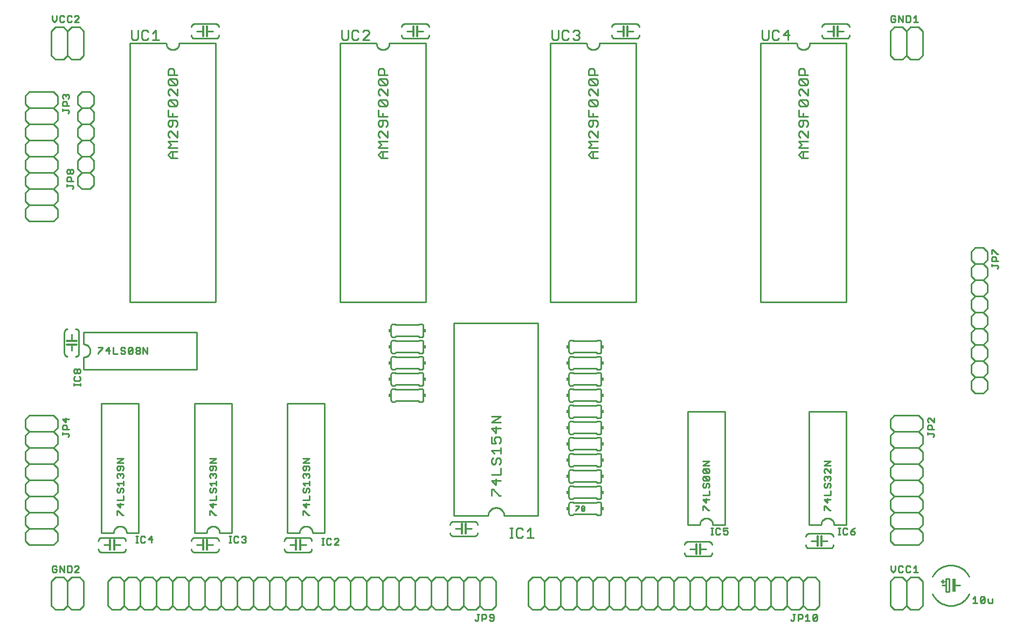
<source format=gto>
G75*
%MOIN*%
%OFA0B0*%
%FSLAX24Y24*%
%IPPOS*%
%LPD*%
%AMOC8*
5,1,8,0,0,1.08239X$1,22.5*
%
%ADD10C,0.0100*%
%ADD11C,0.0120*%
%ADD12R,0.0200X0.0800*%
%ADD13C,0.0110*%
%ADD14R,0.0150X0.0200*%
D10*
X006890Y005890D02*
X007140Y005640D01*
X007640Y005640D01*
X007890Y005890D01*
X007890Y007390D01*
X008140Y007640D01*
X008640Y007640D01*
X008890Y007390D01*
X008890Y005890D01*
X008640Y005640D01*
X008140Y005640D01*
X007890Y005890D01*
X006890Y005890D02*
X006890Y007390D01*
X007140Y007640D01*
X007640Y007640D01*
X007890Y007390D01*
X007861Y007940D02*
X008061Y007940D01*
X008128Y008007D01*
X008128Y008274D01*
X008061Y008340D01*
X007861Y008340D01*
X007861Y007940D01*
X007667Y007940D02*
X007667Y008340D01*
X007400Y008340D02*
X007667Y007940D01*
X007400Y007940D02*
X007400Y008340D01*
X007207Y008274D02*
X007140Y008340D01*
X007007Y008340D01*
X006940Y008274D01*
X006940Y008007D01*
X007007Y007940D01*
X007140Y007940D01*
X007207Y008007D01*
X007207Y008140D01*
X007073Y008140D01*
X008321Y008274D02*
X008388Y008340D01*
X008521Y008340D01*
X008588Y008274D01*
X008588Y008207D01*
X008321Y007940D01*
X008588Y007940D01*
X010390Y007390D02*
X010390Y005890D01*
X010640Y005640D01*
X011140Y005640D01*
X011390Y005890D01*
X011390Y007390D01*
X011140Y007640D01*
X010640Y007640D01*
X010390Y007390D01*
X011390Y007390D02*
X011640Y007640D01*
X012140Y007640D01*
X012390Y007390D01*
X012390Y005890D01*
X012140Y005640D01*
X011640Y005640D01*
X011390Y005890D01*
X012390Y005890D02*
X012640Y005640D01*
X013140Y005640D01*
X013390Y005890D01*
X013390Y007390D01*
X013140Y007640D01*
X012640Y007640D01*
X012390Y007390D01*
X013390Y007390D02*
X013640Y007640D01*
X014140Y007640D01*
X014390Y007390D01*
X014390Y005890D01*
X014140Y005640D01*
X013640Y005640D01*
X013390Y005890D01*
X014390Y005890D02*
X014640Y005640D01*
X015140Y005640D01*
X015390Y005890D01*
X015390Y007390D01*
X015140Y007640D01*
X014640Y007640D01*
X014390Y007390D01*
X015390Y007390D02*
X015640Y007640D01*
X016140Y007640D01*
X016390Y007390D01*
X016390Y005890D01*
X016140Y005640D01*
X015640Y005640D01*
X015390Y005890D01*
X016390Y005890D02*
X016640Y005640D01*
X017140Y005640D01*
X017390Y005890D01*
X017390Y007390D01*
X017640Y007640D01*
X018140Y007640D01*
X018390Y007390D01*
X018390Y005890D01*
X018140Y005640D01*
X017640Y005640D01*
X017390Y005890D01*
X018390Y005890D02*
X018640Y005640D01*
X019140Y005640D01*
X019390Y005890D01*
X019390Y007390D01*
X019640Y007640D01*
X020140Y007640D01*
X020390Y007390D01*
X020390Y005890D01*
X020140Y005640D01*
X019640Y005640D01*
X019390Y005890D01*
X020390Y005890D02*
X020640Y005640D01*
X021140Y005640D01*
X021390Y005890D01*
X021390Y007390D01*
X021640Y007640D01*
X022140Y007640D01*
X022390Y007390D01*
X022390Y005890D01*
X022140Y005640D01*
X021640Y005640D01*
X021390Y005890D01*
X022390Y005890D02*
X022640Y005640D01*
X023140Y005640D01*
X023390Y005890D01*
X023390Y007390D01*
X023640Y007640D01*
X024140Y007640D01*
X024390Y007390D01*
X024390Y005890D01*
X024140Y005640D01*
X023640Y005640D01*
X023390Y005890D01*
X024390Y005890D02*
X024640Y005640D01*
X025140Y005640D01*
X025390Y005890D01*
X025390Y007390D01*
X025640Y007640D01*
X026140Y007640D01*
X026390Y007390D01*
X026390Y005890D01*
X026140Y005640D01*
X025640Y005640D01*
X025390Y005890D01*
X026390Y005890D02*
X026640Y005640D01*
X027140Y005640D01*
X027390Y005890D01*
X027390Y007390D01*
X027640Y007640D01*
X028140Y007640D01*
X028390Y007390D01*
X028390Y005890D01*
X028140Y005640D01*
X027640Y005640D01*
X027390Y005890D01*
X028390Y005890D02*
X028640Y005640D01*
X029140Y005640D01*
X029390Y005890D01*
X029390Y007390D01*
X029140Y007640D01*
X028640Y007640D01*
X028390Y007390D01*
X029390Y007390D02*
X029640Y007640D01*
X030140Y007640D01*
X030390Y007390D01*
X030390Y005890D01*
X030140Y005640D01*
X029640Y005640D01*
X029390Y005890D01*
X030390Y005890D02*
X030640Y005640D01*
X031140Y005640D01*
X031390Y005890D01*
X031390Y007390D01*
X031140Y007640D01*
X030640Y007640D01*
X030390Y007390D01*
X031390Y007390D02*
X031640Y007640D01*
X032140Y007640D01*
X032390Y007390D01*
X032390Y005890D01*
X032140Y005640D01*
X031640Y005640D01*
X031390Y005890D01*
X032390Y005890D02*
X032640Y005640D01*
X033140Y005640D01*
X033390Y005890D01*
X033390Y007390D01*
X033140Y007640D01*
X032640Y007640D01*
X032390Y007390D01*
X033390Y007390D02*
X033640Y007640D01*
X034140Y007640D01*
X034390Y007390D01*
X034390Y005890D01*
X034140Y005640D01*
X033640Y005640D01*
X033390Y005890D01*
X033326Y005340D02*
X033192Y005340D01*
X033259Y005340D02*
X033259Y005007D01*
X033192Y004940D01*
X033126Y004940D01*
X033059Y005007D01*
X033519Y005073D02*
X033719Y005073D01*
X033786Y005140D01*
X033786Y005274D01*
X033719Y005340D01*
X033519Y005340D01*
X033519Y004940D01*
X033980Y005007D02*
X034046Y004940D01*
X034180Y004940D01*
X034246Y005007D01*
X034246Y005274D01*
X034180Y005340D01*
X034046Y005340D01*
X033980Y005274D01*
X033980Y005207D01*
X034046Y005140D01*
X034246Y005140D01*
X036390Y005890D02*
X036640Y005640D01*
X037140Y005640D01*
X037390Y005890D01*
X037390Y007390D01*
X037640Y007640D01*
X038140Y007640D01*
X038390Y007390D01*
X038390Y005890D01*
X038140Y005640D01*
X037640Y005640D01*
X037390Y005890D01*
X036390Y005890D02*
X036390Y007390D01*
X036640Y007640D01*
X037140Y007640D01*
X037390Y007390D01*
X038390Y007390D02*
X038640Y007640D01*
X039140Y007640D01*
X039390Y007390D01*
X039390Y005890D01*
X039140Y005640D01*
X038640Y005640D01*
X038390Y005890D01*
X039390Y005890D02*
X039640Y005640D01*
X040140Y005640D01*
X040390Y005890D01*
X040390Y007390D01*
X040640Y007640D01*
X041140Y007640D01*
X041390Y007390D01*
X041390Y005890D01*
X041140Y005640D01*
X040640Y005640D01*
X040390Y005890D01*
X041390Y005890D02*
X041640Y005640D01*
X042140Y005640D01*
X042390Y005890D01*
X042390Y007390D01*
X042640Y007640D01*
X043140Y007640D01*
X043390Y007390D01*
X043390Y005890D01*
X043140Y005640D01*
X042640Y005640D01*
X042390Y005890D01*
X043390Y005890D02*
X043640Y005640D01*
X044140Y005640D01*
X044390Y005890D01*
X044390Y007390D01*
X044640Y007640D01*
X045140Y007640D01*
X045390Y007390D01*
X045390Y005890D01*
X045140Y005640D01*
X044640Y005640D01*
X044390Y005890D01*
X045390Y005890D02*
X045640Y005640D01*
X046140Y005640D01*
X046390Y005890D01*
X046390Y007390D01*
X046640Y007640D01*
X047140Y007640D01*
X047390Y007390D01*
X047390Y005890D01*
X047140Y005640D01*
X046640Y005640D01*
X046390Y005890D01*
X047390Y005890D02*
X047640Y005640D01*
X048140Y005640D01*
X048390Y005890D01*
X048390Y007390D01*
X048140Y007640D01*
X047640Y007640D01*
X047390Y007390D01*
X046390Y007390D02*
X046140Y007640D01*
X045640Y007640D01*
X045390Y007390D01*
X044390Y007390D02*
X044140Y007640D01*
X043640Y007640D01*
X043390Y007390D01*
X042390Y007390D02*
X042140Y007640D01*
X041640Y007640D01*
X041390Y007390D01*
X040390Y007390D02*
X040140Y007640D01*
X039640Y007640D01*
X039390Y007390D01*
X039140Y011490D02*
X038990Y011490D01*
X038973Y011492D01*
X038956Y011496D01*
X038940Y011503D01*
X038926Y011513D01*
X038913Y011526D01*
X038903Y011540D01*
X038896Y011556D01*
X038892Y011573D01*
X038890Y011590D01*
X038890Y012190D01*
X038892Y012207D01*
X038896Y012224D01*
X038903Y012240D01*
X038913Y012254D01*
X038926Y012267D01*
X038940Y012277D01*
X038956Y012284D01*
X038973Y012288D01*
X038990Y012290D01*
X039140Y012290D01*
X039190Y012240D01*
X040590Y012240D01*
X040640Y012290D01*
X040790Y012290D01*
X040807Y012288D01*
X040824Y012284D01*
X040840Y012277D01*
X040854Y012267D01*
X040867Y012254D01*
X040877Y012240D01*
X040884Y012224D01*
X040888Y012207D01*
X040890Y012190D01*
X040890Y011590D01*
X040888Y011573D01*
X040884Y011556D01*
X040877Y011540D01*
X040867Y011526D01*
X040854Y011513D01*
X040840Y011503D01*
X040824Y011496D01*
X040807Y011492D01*
X040790Y011490D01*
X040640Y011490D01*
X040590Y011540D01*
X039190Y011540D01*
X039140Y011490D01*
X039300Y011750D02*
X039300Y011798D01*
X039493Y011992D01*
X039493Y012040D01*
X039300Y012040D01*
X039659Y011992D02*
X039707Y012040D01*
X039804Y012040D01*
X039853Y011992D01*
X039659Y011798D01*
X039707Y011750D01*
X039804Y011750D01*
X039853Y011798D01*
X039853Y011992D01*
X039659Y011992D02*
X039659Y011798D01*
X039140Y012490D02*
X038990Y012490D01*
X038973Y012492D01*
X038956Y012496D01*
X038940Y012503D01*
X038926Y012513D01*
X038913Y012526D01*
X038903Y012540D01*
X038896Y012556D01*
X038892Y012573D01*
X038890Y012590D01*
X038890Y013190D01*
X038892Y013207D01*
X038896Y013224D01*
X038903Y013240D01*
X038913Y013254D01*
X038926Y013267D01*
X038940Y013277D01*
X038956Y013284D01*
X038973Y013288D01*
X038990Y013290D01*
X039140Y013290D01*
X039190Y013240D01*
X040590Y013240D01*
X040640Y013290D01*
X040790Y013290D01*
X040807Y013288D01*
X040824Y013284D01*
X040840Y013277D01*
X040854Y013267D01*
X040867Y013254D01*
X040877Y013240D01*
X040884Y013224D01*
X040888Y013207D01*
X040890Y013190D01*
X040890Y012590D01*
X040888Y012573D01*
X040884Y012556D01*
X040877Y012540D01*
X040867Y012526D01*
X040854Y012513D01*
X040840Y012503D01*
X040824Y012496D01*
X040807Y012492D01*
X040790Y012490D01*
X040640Y012490D01*
X040590Y012540D01*
X039190Y012540D01*
X039140Y012490D01*
X039140Y013490D02*
X038990Y013490D01*
X038973Y013492D01*
X038956Y013496D01*
X038940Y013503D01*
X038926Y013513D01*
X038913Y013526D01*
X038903Y013540D01*
X038896Y013556D01*
X038892Y013573D01*
X038890Y013590D01*
X038890Y014190D01*
X038892Y014207D01*
X038896Y014224D01*
X038903Y014240D01*
X038913Y014254D01*
X038926Y014267D01*
X038940Y014277D01*
X038956Y014284D01*
X038973Y014288D01*
X038990Y014290D01*
X039140Y014290D01*
X039190Y014240D01*
X040590Y014240D01*
X040640Y014290D01*
X040790Y014290D01*
X040807Y014288D01*
X040824Y014284D01*
X040840Y014277D01*
X040854Y014267D01*
X040867Y014254D01*
X040877Y014240D01*
X040884Y014224D01*
X040888Y014207D01*
X040890Y014190D01*
X040890Y013590D01*
X040888Y013573D01*
X040884Y013556D01*
X040877Y013540D01*
X040867Y013526D01*
X040854Y013513D01*
X040840Y013503D01*
X040824Y013496D01*
X040807Y013492D01*
X040790Y013490D01*
X040640Y013490D01*
X040590Y013540D01*
X039190Y013540D01*
X039140Y013490D01*
X039140Y014490D02*
X038990Y014490D01*
X038973Y014492D01*
X038956Y014496D01*
X038940Y014503D01*
X038926Y014513D01*
X038913Y014526D01*
X038903Y014540D01*
X038896Y014556D01*
X038892Y014573D01*
X038890Y014590D01*
X038890Y015190D01*
X038892Y015207D01*
X038896Y015224D01*
X038903Y015240D01*
X038913Y015254D01*
X038926Y015267D01*
X038940Y015277D01*
X038956Y015284D01*
X038973Y015288D01*
X038990Y015290D01*
X039140Y015290D01*
X039190Y015240D01*
X040590Y015240D01*
X040640Y015290D01*
X040790Y015290D01*
X040807Y015288D01*
X040824Y015284D01*
X040840Y015277D01*
X040854Y015267D01*
X040867Y015254D01*
X040877Y015240D01*
X040884Y015224D01*
X040888Y015207D01*
X040890Y015190D01*
X040890Y014590D01*
X040888Y014573D01*
X040884Y014556D01*
X040877Y014540D01*
X040867Y014526D01*
X040854Y014513D01*
X040840Y014503D01*
X040824Y014496D01*
X040807Y014492D01*
X040790Y014490D01*
X040640Y014490D01*
X040590Y014540D01*
X039190Y014540D01*
X039140Y014490D01*
X039140Y015490D02*
X038990Y015490D01*
X038973Y015492D01*
X038956Y015496D01*
X038940Y015503D01*
X038926Y015513D01*
X038913Y015526D01*
X038903Y015540D01*
X038896Y015556D01*
X038892Y015573D01*
X038890Y015590D01*
X038890Y016190D01*
X038892Y016207D01*
X038896Y016224D01*
X038903Y016240D01*
X038913Y016254D01*
X038926Y016267D01*
X038940Y016277D01*
X038956Y016284D01*
X038973Y016288D01*
X038990Y016290D01*
X039140Y016290D01*
X039190Y016240D01*
X040590Y016240D01*
X040640Y016290D01*
X040790Y016290D01*
X040807Y016288D01*
X040824Y016284D01*
X040840Y016277D01*
X040854Y016267D01*
X040867Y016254D01*
X040877Y016240D01*
X040884Y016224D01*
X040888Y016207D01*
X040890Y016190D01*
X040890Y015590D01*
X040888Y015573D01*
X040884Y015556D01*
X040877Y015540D01*
X040867Y015526D01*
X040854Y015513D01*
X040840Y015503D01*
X040824Y015496D01*
X040807Y015492D01*
X040790Y015490D01*
X040640Y015490D01*
X040590Y015540D01*
X039190Y015540D01*
X039140Y015490D01*
X039140Y016490D02*
X038990Y016490D01*
X038973Y016492D01*
X038956Y016496D01*
X038940Y016503D01*
X038926Y016513D01*
X038913Y016526D01*
X038903Y016540D01*
X038896Y016556D01*
X038892Y016573D01*
X038890Y016590D01*
X038890Y017190D01*
X038892Y017207D01*
X038896Y017224D01*
X038903Y017240D01*
X038913Y017254D01*
X038926Y017267D01*
X038940Y017277D01*
X038956Y017284D01*
X038973Y017288D01*
X038990Y017290D01*
X039140Y017290D01*
X039190Y017240D01*
X040590Y017240D01*
X040640Y017290D01*
X040790Y017290D01*
X040807Y017288D01*
X040824Y017284D01*
X040840Y017277D01*
X040854Y017267D01*
X040867Y017254D01*
X040877Y017240D01*
X040884Y017224D01*
X040888Y017207D01*
X040890Y017190D01*
X040890Y016590D01*
X040888Y016573D01*
X040884Y016556D01*
X040877Y016540D01*
X040867Y016526D01*
X040854Y016513D01*
X040840Y016503D01*
X040824Y016496D01*
X040807Y016492D01*
X040790Y016490D01*
X040640Y016490D01*
X040590Y016540D01*
X039190Y016540D01*
X039140Y016490D01*
X039140Y017490D02*
X038990Y017490D01*
X038973Y017492D01*
X038956Y017496D01*
X038940Y017503D01*
X038926Y017513D01*
X038913Y017526D01*
X038903Y017540D01*
X038896Y017556D01*
X038892Y017573D01*
X038890Y017590D01*
X038890Y018190D01*
X038892Y018207D01*
X038896Y018224D01*
X038903Y018240D01*
X038913Y018254D01*
X038926Y018267D01*
X038940Y018277D01*
X038956Y018284D01*
X038973Y018288D01*
X038990Y018290D01*
X039140Y018290D01*
X039190Y018240D01*
X040590Y018240D01*
X040640Y018290D01*
X040790Y018290D01*
X040807Y018288D01*
X040824Y018284D01*
X040840Y018277D01*
X040854Y018267D01*
X040867Y018254D01*
X040877Y018240D01*
X040884Y018224D01*
X040888Y018207D01*
X040890Y018190D01*
X040890Y017590D01*
X040888Y017573D01*
X040884Y017556D01*
X040877Y017540D01*
X040867Y017526D01*
X040854Y017513D01*
X040840Y017503D01*
X040824Y017496D01*
X040807Y017492D01*
X040790Y017490D01*
X040640Y017490D01*
X040590Y017540D01*
X039190Y017540D01*
X039140Y017490D01*
X039140Y018490D02*
X038990Y018490D01*
X038973Y018492D01*
X038956Y018496D01*
X038940Y018503D01*
X038926Y018513D01*
X038913Y018526D01*
X038903Y018540D01*
X038896Y018556D01*
X038892Y018573D01*
X038890Y018590D01*
X038890Y019190D01*
X038892Y019207D01*
X038896Y019224D01*
X038903Y019240D01*
X038913Y019254D01*
X038926Y019267D01*
X038940Y019277D01*
X038956Y019284D01*
X038973Y019288D01*
X038990Y019290D01*
X039140Y019290D01*
X039190Y019240D01*
X040590Y019240D01*
X040640Y019290D01*
X040790Y019290D01*
X040807Y019288D01*
X040824Y019284D01*
X040840Y019277D01*
X040854Y019267D01*
X040867Y019254D01*
X040877Y019240D01*
X040884Y019224D01*
X040888Y019207D01*
X040890Y019190D01*
X040890Y018590D01*
X040888Y018573D01*
X040884Y018556D01*
X040877Y018540D01*
X040867Y018526D01*
X040854Y018513D01*
X040840Y018503D01*
X040824Y018496D01*
X040807Y018492D01*
X040790Y018490D01*
X040640Y018490D01*
X040590Y018540D01*
X039190Y018540D01*
X039140Y018490D01*
X039140Y019490D02*
X038990Y019490D01*
X038973Y019492D01*
X038956Y019496D01*
X038940Y019503D01*
X038926Y019513D01*
X038913Y019526D01*
X038903Y019540D01*
X038896Y019556D01*
X038892Y019573D01*
X038890Y019590D01*
X038890Y020190D01*
X038892Y020207D01*
X038896Y020224D01*
X038903Y020240D01*
X038913Y020254D01*
X038926Y020267D01*
X038940Y020277D01*
X038956Y020284D01*
X038973Y020288D01*
X038990Y020290D01*
X039140Y020290D01*
X039190Y020240D01*
X040590Y020240D01*
X040640Y020290D01*
X040790Y020290D01*
X040807Y020288D01*
X040824Y020284D01*
X040840Y020277D01*
X040854Y020267D01*
X040867Y020254D01*
X040877Y020240D01*
X040884Y020224D01*
X040888Y020207D01*
X040890Y020190D01*
X040890Y019590D01*
X040888Y019573D01*
X040884Y019556D01*
X040877Y019540D01*
X040867Y019526D01*
X040854Y019513D01*
X040840Y019503D01*
X040824Y019496D01*
X040807Y019492D01*
X040790Y019490D01*
X040640Y019490D01*
X040590Y019540D01*
X039190Y019540D01*
X039140Y019490D01*
X039140Y020490D02*
X038990Y020490D01*
X038973Y020492D01*
X038956Y020496D01*
X038940Y020503D01*
X038926Y020513D01*
X038913Y020526D01*
X038903Y020540D01*
X038896Y020556D01*
X038892Y020573D01*
X038890Y020590D01*
X038890Y021190D01*
X038892Y021207D01*
X038896Y021224D01*
X038903Y021240D01*
X038913Y021254D01*
X038926Y021267D01*
X038940Y021277D01*
X038956Y021284D01*
X038973Y021288D01*
X038990Y021290D01*
X039140Y021290D01*
X039190Y021240D01*
X040590Y021240D01*
X040640Y021290D01*
X040790Y021290D01*
X040807Y021288D01*
X040824Y021284D01*
X040840Y021277D01*
X040854Y021267D01*
X040867Y021254D01*
X040877Y021240D01*
X040884Y021224D01*
X040888Y021207D01*
X040890Y021190D01*
X040890Y020590D01*
X040888Y020573D01*
X040884Y020556D01*
X040877Y020540D01*
X040867Y020526D01*
X040854Y020513D01*
X040840Y020503D01*
X040824Y020496D01*
X040807Y020492D01*
X040790Y020490D01*
X040640Y020490D01*
X040590Y020540D01*
X039190Y020540D01*
X039140Y020490D01*
X039140Y021490D02*
X038990Y021490D01*
X038973Y021492D01*
X038956Y021496D01*
X038940Y021503D01*
X038926Y021513D01*
X038913Y021526D01*
X038903Y021540D01*
X038896Y021556D01*
X038892Y021573D01*
X038890Y021590D01*
X038890Y022190D01*
X038892Y022207D01*
X038896Y022224D01*
X038903Y022240D01*
X038913Y022254D01*
X038926Y022267D01*
X038940Y022277D01*
X038956Y022284D01*
X038973Y022288D01*
X038990Y022290D01*
X039140Y022290D01*
X039190Y022240D01*
X040590Y022240D01*
X040640Y022290D01*
X040790Y022290D01*
X040807Y022288D01*
X040824Y022284D01*
X040840Y022277D01*
X040854Y022267D01*
X040867Y022254D01*
X040877Y022240D01*
X040884Y022224D01*
X040888Y022207D01*
X040890Y022190D01*
X040890Y021590D01*
X040888Y021573D01*
X040884Y021556D01*
X040877Y021540D01*
X040867Y021526D01*
X040854Y021513D01*
X040840Y021503D01*
X040824Y021496D01*
X040807Y021492D01*
X040790Y021490D01*
X040640Y021490D01*
X040590Y021540D01*
X039190Y021540D01*
X039140Y021490D01*
X036990Y023340D02*
X036990Y011440D01*
X034890Y011440D01*
X034888Y011484D01*
X034882Y011527D01*
X034873Y011569D01*
X034860Y011611D01*
X034843Y011651D01*
X034823Y011690D01*
X034800Y011727D01*
X034773Y011761D01*
X034744Y011794D01*
X034711Y011823D01*
X034677Y011850D01*
X034640Y011873D01*
X034601Y011893D01*
X034561Y011910D01*
X034519Y011923D01*
X034477Y011932D01*
X034434Y011938D01*
X034390Y011940D01*
X034346Y011938D01*
X034303Y011932D01*
X034261Y011923D01*
X034219Y011910D01*
X034179Y011893D01*
X034140Y011873D01*
X034103Y011850D01*
X034069Y011823D01*
X034036Y011794D01*
X034007Y011761D01*
X033980Y011727D01*
X033957Y011690D01*
X033937Y011651D01*
X033920Y011611D01*
X033907Y011569D01*
X033898Y011527D01*
X033892Y011484D01*
X033890Y011440D01*
X031790Y011440D01*
X031790Y023340D01*
X036990Y023340D01*
X037740Y024640D02*
X043040Y024640D01*
X043040Y040640D01*
X040790Y040640D01*
X040788Y040601D01*
X040782Y040562D01*
X040773Y040524D01*
X040760Y040487D01*
X040743Y040451D01*
X040723Y040418D01*
X040699Y040386D01*
X040673Y040357D01*
X040644Y040331D01*
X040612Y040307D01*
X040579Y040287D01*
X040543Y040270D01*
X040506Y040257D01*
X040468Y040248D01*
X040429Y040242D01*
X040390Y040240D01*
X040351Y040242D01*
X040312Y040248D01*
X040274Y040257D01*
X040237Y040270D01*
X040201Y040287D01*
X040168Y040307D01*
X040136Y040331D01*
X040107Y040357D01*
X040081Y040386D01*
X040057Y040418D01*
X040037Y040451D01*
X040020Y040487D01*
X040007Y040524D01*
X039998Y040562D01*
X039992Y040601D01*
X039990Y040640D01*
X037740Y040640D01*
X037740Y024640D01*
X030040Y024640D02*
X024740Y024640D01*
X024740Y040640D01*
X026990Y040640D01*
X026992Y040601D01*
X026998Y040562D01*
X027007Y040524D01*
X027020Y040487D01*
X027037Y040451D01*
X027057Y040418D01*
X027081Y040386D01*
X027107Y040357D01*
X027136Y040331D01*
X027168Y040307D01*
X027201Y040287D01*
X027237Y040270D01*
X027274Y040257D01*
X027312Y040248D01*
X027351Y040242D01*
X027390Y040240D01*
X027429Y040242D01*
X027468Y040248D01*
X027506Y040257D01*
X027543Y040270D01*
X027579Y040287D01*
X027612Y040307D01*
X027644Y040331D01*
X027673Y040357D01*
X027699Y040386D01*
X027723Y040418D01*
X027743Y040451D01*
X027760Y040487D01*
X027773Y040524D01*
X027782Y040562D01*
X027788Y040601D01*
X027790Y040640D01*
X030040Y040640D01*
X030040Y024640D01*
X029790Y023290D02*
X029640Y023290D01*
X029590Y023240D01*
X028190Y023240D01*
X028140Y023290D01*
X027990Y023290D01*
X027973Y023288D01*
X027956Y023284D01*
X027940Y023277D01*
X027926Y023267D01*
X027913Y023254D01*
X027903Y023240D01*
X027896Y023224D01*
X027892Y023207D01*
X027890Y023190D01*
X027890Y022590D01*
X027892Y022573D01*
X027896Y022556D01*
X027903Y022540D01*
X027913Y022526D01*
X027926Y022513D01*
X027940Y022503D01*
X027956Y022496D01*
X027973Y022492D01*
X027990Y022490D01*
X028140Y022490D01*
X028190Y022540D01*
X029590Y022540D01*
X029640Y022490D01*
X029790Y022490D01*
X029807Y022492D01*
X029824Y022496D01*
X029840Y022503D01*
X029854Y022513D01*
X029867Y022526D01*
X029877Y022540D01*
X029884Y022556D01*
X029888Y022573D01*
X029890Y022590D01*
X029890Y023190D01*
X029888Y023207D01*
X029884Y023224D01*
X029877Y023240D01*
X029867Y023254D01*
X029854Y023267D01*
X029840Y023277D01*
X029824Y023284D01*
X029807Y023288D01*
X029790Y023290D01*
X029790Y022290D02*
X029640Y022290D01*
X029590Y022240D01*
X028190Y022240D01*
X028140Y022290D01*
X027990Y022290D01*
X027973Y022288D01*
X027956Y022284D01*
X027940Y022277D01*
X027926Y022267D01*
X027913Y022254D01*
X027903Y022240D01*
X027896Y022224D01*
X027892Y022207D01*
X027890Y022190D01*
X027890Y021590D01*
X027892Y021573D01*
X027896Y021556D01*
X027903Y021540D01*
X027913Y021526D01*
X027926Y021513D01*
X027940Y021503D01*
X027956Y021496D01*
X027973Y021492D01*
X027990Y021490D01*
X028140Y021490D01*
X028190Y021540D01*
X029590Y021540D01*
X029640Y021490D01*
X029790Y021490D01*
X029807Y021492D01*
X029824Y021496D01*
X029840Y021503D01*
X029854Y021513D01*
X029867Y021526D01*
X029877Y021540D01*
X029884Y021556D01*
X029888Y021573D01*
X029890Y021590D01*
X029890Y022190D01*
X029888Y022207D01*
X029884Y022224D01*
X029877Y022240D01*
X029867Y022254D01*
X029854Y022267D01*
X029840Y022277D01*
X029824Y022284D01*
X029807Y022288D01*
X029790Y022290D01*
X029790Y021290D02*
X029640Y021290D01*
X029590Y021240D01*
X028190Y021240D01*
X028140Y021290D01*
X027990Y021290D01*
X027973Y021288D01*
X027956Y021284D01*
X027940Y021277D01*
X027926Y021267D01*
X027913Y021254D01*
X027903Y021240D01*
X027896Y021224D01*
X027892Y021207D01*
X027890Y021190D01*
X027890Y020590D01*
X027892Y020573D01*
X027896Y020556D01*
X027903Y020540D01*
X027913Y020526D01*
X027926Y020513D01*
X027940Y020503D01*
X027956Y020496D01*
X027973Y020492D01*
X027990Y020490D01*
X028140Y020490D01*
X028190Y020540D01*
X029590Y020540D01*
X029640Y020490D01*
X029790Y020490D01*
X029807Y020492D01*
X029824Y020496D01*
X029840Y020503D01*
X029854Y020513D01*
X029867Y020526D01*
X029877Y020540D01*
X029884Y020556D01*
X029888Y020573D01*
X029890Y020590D01*
X029890Y021190D01*
X029888Y021207D01*
X029884Y021224D01*
X029877Y021240D01*
X029867Y021254D01*
X029854Y021267D01*
X029840Y021277D01*
X029824Y021284D01*
X029807Y021288D01*
X029790Y021290D01*
X029790Y020290D02*
X029640Y020290D01*
X029590Y020240D01*
X028190Y020240D01*
X028140Y020290D01*
X027990Y020290D01*
X027973Y020288D01*
X027956Y020284D01*
X027940Y020277D01*
X027926Y020267D01*
X027913Y020254D01*
X027903Y020240D01*
X027896Y020224D01*
X027892Y020207D01*
X027890Y020190D01*
X027890Y019590D01*
X027892Y019573D01*
X027896Y019556D01*
X027903Y019540D01*
X027913Y019526D01*
X027926Y019513D01*
X027940Y019503D01*
X027956Y019496D01*
X027973Y019492D01*
X027990Y019490D01*
X028140Y019490D01*
X028190Y019540D01*
X029590Y019540D01*
X029640Y019490D01*
X029790Y019490D01*
X029807Y019492D01*
X029824Y019496D01*
X029840Y019503D01*
X029854Y019513D01*
X029867Y019526D01*
X029877Y019540D01*
X029884Y019556D01*
X029888Y019573D01*
X029890Y019590D01*
X029890Y020190D01*
X029888Y020207D01*
X029884Y020224D01*
X029877Y020240D01*
X029867Y020254D01*
X029854Y020267D01*
X029840Y020277D01*
X029824Y020284D01*
X029807Y020288D01*
X029790Y020290D01*
X029790Y019290D02*
X029640Y019290D01*
X029590Y019240D01*
X028190Y019240D01*
X028140Y019290D01*
X027990Y019290D01*
X027973Y019288D01*
X027956Y019284D01*
X027940Y019277D01*
X027926Y019267D01*
X027913Y019254D01*
X027903Y019240D01*
X027896Y019224D01*
X027892Y019207D01*
X027890Y019190D01*
X027890Y018590D01*
X027892Y018573D01*
X027896Y018556D01*
X027903Y018540D01*
X027913Y018526D01*
X027926Y018513D01*
X027940Y018503D01*
X027956Y018496D01*
X027973Y018492D01*
X027990Y018490D01*
X028140Y018490D01*
X028190Y018540D01*
X029590Y018540D01*
X029640Y018490D01*
X029790Y018490D01*
X029807Y018492D01*
X029824Y018496D01*
X029840Y018503D01*
X029854Y018513D01*
X029867Y018526D01*
X029877Y018540D01*
X029884Y018556D01*
X029888Y018573D01*
X029890Y018590D01*
X029890Y019190D01*
X029888Y019207D01*
X029884Y019224D01*
X029877Y019240D01*
X029867Y019254D01*
X029854Y019267D01*
X029840Y019277D01*
X029824Y019284D01*
X029807Y019288D01*
X029790Y019290D01*
X023790Y018390D02*
X021490Y018390D01*
X021490Y010390D01*
X022240Y010390D01*
X022242Y010429D01*
X022248Y010468D01*
X022257Y010506D01*
X022270Y010543D01*
X022287Y010579D01*
X022307Y010612D01*
X022331Y010644D01*
X022357Y010673D01*
X022386Y010699D01*
X022418Y010723D01*
X022451Y010743D01*
X022487Y010760D01*
X022524Y010773D01*
X022562Y010782D01*
X022601Y010788D01*
X022640Y010790D01*
X022679Y010788D01*
X022718Y010782D01*
X022756Y010773D01*
X022793Y010760D01*
X022829Y010743D01*
X022862Y010723D01*
X022894Y010699D01*
X022923Y010673D01*
X022949Y010644D01*
X022973Y010612D01*
X022993Y010579D01*
X023010Y010543D01*
X023023Y010506D01*
X023032Y010468D01*
X023038Y010429D01*
X023040Y010390D01*
X023790Y010390D01*
X023790Y018390D01*
X022840Y014980D02*
X022440Y014980D01*
X022440Y014713D02*
X022840Y014980D01*
X022840Y014713D02*
X022440Y014713D01*
X022506Y014519D02*
X022440Y014453D01*
X022440Y014319D01*
X022506Y014252D01*
X022573Y014252D01*
X022640Y014319D01*
X022640Y014519D01*
X022773Y014519D02*
X022506Y014519D01*
X022773Y014519D02*
X022840Y014453D01*
X022840Y014319D01*
X022773Y014252D01*
X022773Y014059D02*
X022840Y013992D01*
X022840Y013859D01*
X022773Y013792D01*
X022640Y013925D02*
X022640Y013992D01*
X022707Y014059D01*
X022773Y014059D01*
X022640Y013992D02*
X022573Y014059D01*
X022506Y014059D01*
X022440Y013992D01*
X022440Y013859D01*
X022506Y013792D01*
X022440Y013465D02*
X022840Y013465D01*
X022840Y013332D02*
X022840Y013598D01*
X022573Y013332D02*
X022440Y013465D01*
X022506Y013138D02*
X022440Y013071D01*
X022440Y012938D01*
X022506Y012871D01*
X022573Y012871D01*
X022640Y012938D01*
X022640Y013071D01*
X022707Y013138D01*
X022773Y013138D01*
X022840Y013071D01*
X022840Y012938D01*
X022773Y012871D01*
X022840Y012678D02*
X022840Y012411D01*
X022440Y012411D01*
X022440Y012151D02*
X022640Y011950D01*
X022640Y012217D01*
X022840Y012151D02*
X022440Y012151D01*
X022440Y011757D02*
X022506Y011757D01*
X022773Y011490D01*
X022840Y011490D01*
X022440Y011490D02*
X022440Y011757D01*
X022790Y010090D02*
X021490Y010090D01*
X021464Y010088D01*
X021438Y010083D01*
X021413Y010075D01*
X021390Y010063D01*
X021368Y010049D01*
X021349Y010031D01*
X021331Y010012D01*
X021317Y009990D01*
X021305Y009967D01*
X021297Y009942D01*
X021292Y009916D01*
X021290Y009890D01*
X021640Y009640D02*
X022020Y009640D01*
X022270Y009640D02*
X022640Y009640D01*
X022990Y009390D02*
X022988Y009364D01*
X022983Y009338D01*
X022975Y009313D01*
X022963Y009290D01*
X022949Y009268D01*
X022931Y009249D01*
X022912Y009231D01*
X022890Y009217D01*
X022867Y009205D01*
X022842Y009197D01*
X022816Y009192D01*
X022790Y009190D01*
X021490Y009190D01*
X021464Y009192D01*
X021438Y009197D01*
X021413Y009205D01*
X021390Y009217D01*
X021368Y009231D01*
X021349Y009249D01*
X021331Y009268D01*
X021317Y009290D01*
X021305Y009313D01*
X021297Y009338D01*
X021292Y009364D01*
X021290Y009390D01*
X022790Y010090D02*
X022816Y010088D01*
X022842Y010083D01*
X022867Y010075D01*
X022890Y010063D01*
X022912Y010049D01*
X022931Y010031D01*
X022949Y010012D01*
X022963Y009990D01*
X022975Y009967D01*
X022983Y009942D01*
X022988Y009916D01*
X022990Y009890D01*
X023612Y010065D02*
X023746Y010065D01*
X023679Y010065D02*
X023679Y009665D01*
X023612Y009665D02*
X023746Y009665D01*
X023919Y009732D02*
X023986Y009665D01*
X024119Y009665D01*
X024186Y009732D01*
X024380Y009665D02*
X024646Y009932D01*
X024646Y009999D01*
X024580Y010065D01*
X024446Y010065D01*
X024380Y009999D01*
X024186Y009999D02*
X024119Y010065D01*
X023986Y010065D01*
X023919Y009999D01*
X023919Y009732D01*
X024380Y009665D02*
X024646Y009665D01*
X024640Y007640D02*
X025140Y007640D01*
X025390Y007390D01*
X024640Y007640D02*
X024390Y007390D01*
X023390Y007390D02*
X023140Y007640D01*
X022640Y007640D01*
X022390Y007390D01*
X021390Y007390D02*
X021140Y007640D01*
X020640Y007640D01*
X020390Y007390D01*
X019390Y007390D02*
X019140Y007640D01*
X018640Y007640D01*
X018390Y007390D01*
X017390Y007390D02*
X017140Y007640D01*
X016640Y007640D01*
X016390Y007390D01*
X017040Y009190D02*
X015740Y009190D01*
X015714Y009192D01*
X015688Y009197D01*
X015663Y009205D01*
X015640Y009217D01*
X015618Y009231D01*
X015599Y009249D01*
X015581Y009268D01*
X015567Y009290D01*
X015555Y009313D01*
X015547Y009338D01*
X015542Y009364D01*
X015540Y009390D01*
X015890Y009640D02*
X016270Y009640D01*
X016520Y009640D02*
X016890Y009640D01*
X017240Y009390D02*
X017238Y009364D01*
X017233Y009338D01*
X017225Y009313D01*
X017213Y009290D01*
X017199Y009268D01*
X017181Y009249D01*
X017162Y009231D01*
X017140Y009217D01*
X017117Y009205D01*
X017092Y009197D01*
X017066Y009192D01*
X017040Y009190D01*
X017240Y009890D02*
X017238Y009916D01*
X017233Y009942D01*
X017225Y009967D01*
X017213Y009990D01*
X017199Y010012D01*
X017181Y010031D01*
X017162Y010049D01*
X017140Y010063D01*
X017117Y010075D01*
X017092Y010083D01*
X017066Y010088D01*
X017040Y010090D01*
X015740Y010090D01*
X015714Y010088D01*
X015688Y010083D01*
X015663Y010075D01*
X015640Y010063D01*
X015618Y010049D01*
X015599Y010031D01*
X015581Y010012D01*
X015567Y009990D01*
X015555Y009967D01*
X015547Y009942D01*
X015542Y009916D01*
X015540Y009890D01*
X015740Y010390D02*
X016490Y010390D01*
X016492Y010429D01*
X016498Y010468D01*
X016507Y010506D01*
X016520Y010543D01*
X016537Y010579D01*
X016557Y010612D01*
X016581Y010644D01*
X016607Y010673D01*
X016636Y010699D01*
X016668Y010723D01*
X016701Y010743D01*
X016737Y010760D01*
X016774Y010773D01*
X016812Y010782D01*
X016851Y010788D01*
X016890Y010790D01*
X016929Y010788D01*
X016968Y010782D01*
X017006Y010773D01*
X017043Y010760D01*
X017079Y010743D01*
X017112Y010723D01*
X017144Y010699D01*
X017173Y010673D01*
X017199Y010644D01*
X017223Y010612D01*
X017243Y010579D01*
X017260Y010543D01*
X017273Y010506D01*
X017282Y010468D01*
X017288Y010429D01*
X017290Y010390D01*
X018040Y010390D01*
X018040Y018390D01*
X015740Y018390D01*
X015740Y010390D01*
X016690Y011490D02*
X016690Y011757D01*
X016756Y011757D01*
X017023Y011490D01*
X017090Y011490D01*
X016890Y011950D02*
X016890Y012217D01*
X017090Y012151D02*
X016690Y012151D01*
X016890Y011950D01*
X016690Y012411D02*
X017090Y012411D01*
X017090Y012678D01*
X017023Y012871D02*
X017090Y012938D01*
X017090Y013071D01*
X017023Y013138D01*
X016957Y013138D01*
X016890Y013071D01*
X016890Y012938D01*
X016823Y012871D01*
X016756Y012871D01*
X016690Y012938D01*
X016690Y013071D01*
X016756Y013138D01*
X016823Y013332D02*
X016690Y013465D01*
X017090Y013465D01*
X017090Y013332D02*
X017090Y013598D01*
X017023Y013792D02*
X017090Y013859D01*
X017090Y013992D01*
X017023Y014059D01*
X016957Y014059D01*
X016890Y013992D01*
X016890Y013925D01*
X016890Y013992D02*
X016823Y014059D01*
X016756Y014059D01*
X016690Y013992D01*
X016690Y013859D01*
X016756Y013792D01*
X016756Y014252D02*
X016823Y014252D01*
X016890Y014319D01*
X016890Y014519D01*
X017023Y014519D02*
X016756Y014519D01*
X016690Y014453D01*
X016690Y014319D01*
X016756Y014252D01*
X017023Y014252D02*
X017090Y014319D01*
X017090Y014453D01*
X017023Y014519D01*
X017090Y014713D02*
X016690Y014713D01*
X017090Y014980D01*
X016690Y014980D01*
X012290Y018390D02*
X009990Y018390D01*
X009990Y010390D01*
X010740Y010390D01*
X010742Y010429D01*
X010748Y010468D01*
X010757Y010506D01*
X010770Y010543D01*
X010787Y010579D01*
X010807Y010612D01*
X010831Y010644D01*
X010857Y010673D01*
X010886Y010699D01*
X010918Y010723D01*
X010951Y010743D01*
X010987Y010760D01*
X011024Y010773D01*
X011062Y010782D01*
X011101Y010788D01*
X011140Y010790D01*
X011179Y010788D01*
X011218Y010782D01*
X011256Y010773D01*
X011293Y010760D01*
X011329Y010743D01*
X011362Y010723D01*
X011394Y010699D01*
X011423Y010673D01*
X011449Y010644D01*
X011473Y010612D01*
X011493Y010579D01*
X011510Y010543D01*
X011523Y010506D01*
X011532Y010468D01*
X011538Y010429D01*
X011540Y010390D01*
X012290Y010390D01*
X012290Y018390D01*
X008690Y019490D02*
X008690Y019623D01*
X008690Y019557D02*
X008290Y019557D01*
X008290Y019623D02*
X008290Y019490D01*
X008356Y019797D02*
X008623Y019797D01*
X008690Y019864D01*
X008690Y019997D01*
X008623Y020064D01*
X008623Y020257D02*
X008557Y020257D01*
X008490Y020324D01*
X008490Y020457D01*
X008557Y020524D01*
X008623Y020524D01*
X008690Y020457D01*
X008690Y020324D01*
X008623Y020257D01*
X008490Y020324D02*
X008423Y020257D01*
X008356Y020257D01*
X008290Y020324D01*
X008290Y020457D01*
X008356Y020524D01*
X008423Y020524D01*
X008490Y020457D01*
X008890Y020490D02*
X008890Y021240D01*
X008590Y021490D02*
X008590Y022790D01*
X008588Y022816D01*
X008583Y022842D01*
X008575Y022867D01*
X008563Y022890D01*
X008549Y022912D01*
X008531Y022931D01*
X008512Y022949D01*
X008490Y022963D01*
X008467Y022975D01*
X008442Y022983D01*
X008416Y022988D01*
X008390Y022990D01*
X008140Y022640D02*
X008140Y022260D01*
X008140Y022010D02*
X008140Y021640D01*
X007890Y021290D02*
X007864Y021292D01*
X007838Y021297D01*
X007813Y021305D01*
X007790Y021317D01*
X007768Y021331D01*
X007749Y021349D01*
X007731Y021368D01*
X007717Y021390D01*
X007705Y021413D01*
X007697Y021438D01*
X007692Y021464D01*
X007690Y021490D01*
X007690Y022790D01*
X007692Y022816D01*
X007697Y022842D01*
X007705Y022867D01*
X007717Y022890D01*
X007731Y022912D01*
X007749Y022931D01*
X007768Y022949D01*
X007790Y022963D01*
X007813Y022975D01*
X007838Y022983D01*
X007864Y022988D01*
X007890Y022990D01*
X008890Y022790D02*
X008890Y022040D01*
X008929Y022038D01*
X008968Y022032D01*
X009006Y022023D01*
X009043Y022010D01*
X009079Y021993D01*
X009112Y021973D01*
X009144Y021949D01*
X009173Y021923D01*
X009199Y021894D01*
X009223Y021862D01*
X009243Y021829D01*
X009260Y021793D01*
X009273Y021756D01*
X009282Y021718D01*
X009288Y021679D01*
X009290Y021640D01*
X009288Y021601D01*
X009282Y021562D01*
X009273Y021524D01*
X009260Y021487D01*
X009243Y021451D01*
X009223Y021418D01*
X009199Y021386D01*
X009173Y021357D01*
X009144Y021331D01*
X009112Y021307D01*
X009079Y021287D01*
X009043Y021270D01*
X009006Y021257D01*
X008968Y021248D01*
X008929Y021242D01*
X008890Y021240D01*
X008590Y021490D02*
X008588Y021464D01*
X008583Y021438D01*
X008575Y021413D01*
X008563Y021390D01*
X008549Y021368D01*
X008531Y021349D01*
X008512Y021331D01*
X008490Y021317D01*
X008467Y021305D01*
X008442Y021297D01*
X008416Y021292D01*
X008390Y021290D01*
X008890Y020490D02*
X015890Y020490D01*
X015890Y022790D01*
X008890Y022790D01*
X009790Y021840D02*
X010057Y021840D01*
X010057Y021774D01*
X009790Y021507D01*
X009790Y021440D01*
X010250Y021640D02*
X010451Y021840D01*
X010451Y021440D01*
X010517Y021640D02*
X010250Y021640D01*
X010711Y021840D02*
X010711Y021440D01*
X010978Y021440D01*
X011171Y021507D02*
X011238Y021440D01*
X011371Y021440D01*
X011438Y021507D01*
X011438Y021573D01*
X011371Y021640D01*
X011238Y021640D01*
X011171Y021707D01*
X011171Y021774D01*
X011238Y021840D01*
X011371Y021840D01*
X011438Y021774D01*
X011632Y021774D02*
X011698Y021840D01*
X011832Y021840D01*
X011898Y021774D01*
X011632Y021507D01*
X011698Y021440D01*
X011832Y021440D01*
X011898Y021507D01*
X011898Y021774D01*
X012092Y021774D02*
X012092Y021707D01*
X012159Y021640D01*
X012292Y021640D01*
X012359Y021573D01*
X012359Y021507D01*
X012292Y021440D01*
X012159Y021440D01*
X012092Y021507D01*
X012092Y021573D01*
X012159Y021640D01*
X012292Y021640D02*
X012359Y021707D01*
X012359Y021774D01*
X012292Y021840D01*
X012159Y021840D01*
X012092Y021774D01*
X011632Y021774D02*
X011632Y021507D01*
X012552Y021440D02*
X012552Y021840D01*
X012819Y021440D01*
X012819Y021840D01*
X011740Y024640D02*
X017040Y024640D01*
X017040Y040640D01*
X014790Y040640D01*
X014788Y040601D01*
X014782Y040562D01*
X014773Y040524D01*
X014760Y040487D01*
X014743Y040451D01*
X014723Y040418D01*
X014699Y040386D01*
X014673Y040357D01*
X014644Y040331D01*
X014612Y040307D01*
X014579Y040287D01*
X014543Y040270D01*
X014506Y040257D01*
X014468Y040248D01*
X014429Y040242D01*
X014390Y040240D01*
X014351Y040242D01*
X014312Y040248D01*
X014274Y040257D01*
X014237Y040270D01*
X014201Y040287D01*
X014168Y040307D01*
X014136Y040331D01*
X014107Y040357D01*
X014081Y040386D01*
X014057Y040418D01*
X014037Y040451D01*
X014020Y040487D01*
X014007Y040524D01*
X013998Y040562D01*
X013992Y040601D01*
X013990Y040640D01*
X011740Y040640D01*
X011740Y024640D01*
X008356Y020064D02*
X008290Y019997D01*
X008290Y019864D01*
X008356Y019797D01*
X007765Y017496D02*
X007765Y017230D01*
X007565Y017430D01*
X007965Y017430D01*
X007765Y017036D02*
X007832Y016969D01*
X007832Y016769D01*
X007965Y016769D02*
X007565Y016769D01*
X007565Y016969D01*
X007631Y017036D01*
X007765Y017036D01*
X007565Y016576D02*
X007565Y016442D01*
X007565Y016509D02*
X007898Y016509D01*
X007965Y016442D01*
X007965Y016376D01*
X007898Y016309D01*
X007265Y016390D02*
X007265Y015890D01*
X007015Y015640D01*
X005515Y015640D01*
X005265Y015390D01*
X005265Y014890D01*
X005515Y014640D01*
X007015Y014640D01*
X007265Y014390D01*
X007265Y013890D01*
X007015Y013640D01*
X005515Y013640D01*
X005265Y013390D01*
X005265Y012890D01*
X005515Y012640D01*
X007015Y012640D01*
X007265Y012390D01*
X007265Y011890D01*
X007015Y011640D01*
X005515Y011640D01*
X005265Y011390D01*
X005265Y010890D01*
X005515Y010640D01*
X005265Y010390D01*
X005265Y009890D01*
X005515Y009640D01*
X007015Y009640D01*
X007265Y009890D01*
X007265Y010390D01*
X007015Y010640D01*
X005515Y010640D01*
X005515Y011640D02*
X005265Y011890D01*
X005265Y012390D01*
X005515Y012640D01*
X005515Y013640D02*
X005265Y013890D01*
X005265Y014390D01*
X005515Y014640D01*
X005515Y015640D02*
X005265Y015890D01*
X005265Y016390D01*
X005515Y016640D01*
X007015Y016640D01*
X007265Y016390D01*
X007015Y016640D02*
X007265Y016890D01*
X007265Y017390D01*
X007015Y017640D01*
X005515Y017640D01*
X005265Y017390D01*
X005265Y016890D01*
X005515Y016640D01*
X007015Y015640D02*
X007265Y015390D01*
X007265Y014890D01*
X007015Y014640D01*
X007015Y013640D02*
X007265Y013390D01*
X007265Y012890D01*
X007015Y012640D01*
X007015Y011640D02*
X007265Y011390D01*
X007265Y010890D01*
X007015Y010640D01*
X009990Y010090D02*
X011290Y010090D01*
X011316Y010088D01*
X011342Y010083D01*
X011367Y010075D01*
X011390Y010063D01*
X011412Y010049D01*
X011431Y010031D01*
X011449Y010012D01*
X011463Y009990D01*
X011475Y009967D01*
X011483Y009942D01*
X011488Y009916D01*
X011490Y009890D01*
X011140Y009640D02*
X010770Y009640D01*
X010520Y009640D02*
X010140Y009640D01*
X009790Y009890D02*
X009792Y009916D01*
X009797Y009942D01*
X009805Y009967D01*
X009817Y009990D01*
X009831Y010012D01*
X009849Y010031D01*
X009868Y010049D01*
X009890Y010063D01*
X009913Y010075D01*
X009938Y010083D01*
X009964Y010088D01*
X009990Y010090D01*
X009790Y009390D02*
X009792Y009364D01*
X009797Y009338D01*
X009805Y009313D01*
X009817Y009290D01*
X009831Y009268D01*
X009849Y009249D01*
X009868Y009231D01*
X009890Y009217D01*
X009913Y009205D01*
X009938Y009197D01*
X009964Y009192D01*
X009990Y009190D01*
X011290Y009190D01*
X011316Y009192D01*
X011342Y009197D01*
X011367Y009205D01*
X011390Y009217D01*
X011412Y009231D01*
X011431Y009249D01*
X011449Y009268D01*
X011463Y009290D01*
X011475Y009313D01*
X011483Y009338D01*
X011488Y009364D01*
X011490Y009390D01*
X012112Y009790D02*
X012246Y009790D01*
X012179Y009790D02*
X012179Y010190D01*
X012112Y010190D02*
X012246Y010190D01*
X012419Y010124D02*
X012419Y009857D01*
X012486Y009790D01*
X012619Y009790D01*
X012686Y009857D01*
X012880Y009990D02*
X013146Y009990D01*
X013080Y009790D02*
X013080Y010190D01*
X012880Y009990D01*
X012686Y010124D02*
X012619Y010190D01*
X012486Y010190D01*
X012419Y010124D01*
X011340Y011490D02*
X011273Y011490D01*
X011006Y011757D01*
X010940Y011757D01*
X010940Y011490D01*
X011140Y011950D02*
X011140Y012217D01*
X011340Y012151D02*
X010940Y012151D01*
X011140Y011950D01*
X011340Y012411D02*
X011340Y012678D01*
X011273Y012871D02*
X011340Y012938D01*
X011340Y013071D01*
X011273Y013138D01*
X011207Y013138D01*
X011140Y013071D01*
X011140Y012938D01*
X011073Y012871D01*
X011006Y012871D01*
X010940Y012938D01*
X010940Y013071D01*
X011006Y013138D01*
X011073Y013332D02*
X010940Y013465D01*
X011340Y013465D01*
X011340Y013332D02*
X011340Y013598D01*
X011273Y013792D02*
X011340Y013859D01*
X011340Y013992D01*
X011273Y014059D01*
X011207Y014059D01*
X011140Y013992D01*
X011140Y013925D01*
X011140Y013992D02*
X011073Y014059D01*
X011006Y014059D01*
X010940Y013992D01*
X010940Y013859D01*
X011006Y013792D01*
X011006Y014252D02*
X011073Y014252D01*
X011140Y014319D01*
X011140Y014519D01*
X011273Y014519D02*
X011006Y014519D01*
X010940Y014453D01*
X010940Y014319D01*
X011006Y014252D01*
X011273Y014252D02*
X011340Y014319D01*
X011340Y014453D01*
X011273Y014519D01*
X011340Y014713D02*
X010940Y014713D01*
X011340Y014980D01*
X010940Y014980D01*
X010940Y012411D02*
X011340Y012411D01*
X017862Y010190D02*
X017996Y010190D01*
X017929Y010190D02*
X017929Y009790D01*
X017862Y009790D02*
X017996Y009790D01*
X018169Y009857D02*
X018236Y009790D01*
X018369Y009790D01*
X018436Y009857D01*
X018630Y009857D02*
X018696Y009790D01*
X018830Y009790D01*
X018896Y009857D01*
X018896Y009923D01*
X018830Y009990D01*
X018763Y009990D01*
X018830Y009990D02*
X018896Y010057D01*
X018896Y010124D01*
X018830Y010190D01*
X018696Y010190D01*
X018630Y010124D01*
X018436Y010124D02*
X018369Y010190D01*
X018236Y010190D01*
X018169Y010124D01*
X018169Y009857D01*
X026390Y007390D02*
X026640Y007640D01*
X027140Y007640D01*
X027390Y007390D01*
X031740Y010190D02*
X033040Y010190D01*
X033066Y010192D01*
X033092Y010197D01*
X033117Y010205D01*
X033140Y010217D01*
X033162Y010231D01*
X033181Y010249D01*
X033199Y010268D01*
X033213Y010290D01*
X033225Y010313D01*
X033233Y010338D01*
X033238Y010364D01*
X033240Y010390D01*
X032890Y010640D02*
X032520Y010640D01*
X032270Y010640D02*
X031890Y010640D01*
X031540Y010390D02*
X031542Y010364D01*
X031547Y010338D01*
X031555Y010313D01*
X031567Y010290D01*
X031581Y010268D01*
X031599Y010249D01*
X031618Y010231D01*
X031640Y010217D01*
X031663Y010205D01*
X031688Y010197D01*
X031714Y010192D01*
X031740Y010190D01*
X031540Y010890D02*
X031542Y010916D01*
X031547Y010942D01*
X031555Y010967D01*
X031567Y010990D01*
X031581Y011012D01*
X031599Y011031D01*
X031618Y011049D01*
X031640Y011063D01*
X031663Y011075D01*
X031688Y011083D01*
X031714Y011088D01*
X031740Y011090D01*
X033040Y011090D01*
X033066Y011088D01*
X033092Y011083D01*
X033117Y011075D01*
X033140Y011063D01*
X033162Y011049D01*
X033181Y011031D01*
X033199Y011012D01*
X033213Y010990D01*
X033225Y010967D01*
X033233Y010942D01*
X033238Y010916D01*
X033240Y010890D01*
X046240Y010890D02*
X046990Y010890D01*
X046992Y010929D01*
X046998Y010968D01*
X047007Y011006D01*
X047020Y011043D01*
X047037Y011079D01*
X047057Y011112D01*
X047081Y011144D01*
X047107Y011173D01*
X047136Y011199D01*
X047168Y011223D01*
X047201Y011243D01*
X047237Y011260D01*
X047274Y011273D01*
X047312Y011282D01*
X047351Y011288D01*
X047390Y011290D01*
X047429Y011288D01*
X047468Y011282D01*
X047506Y011273D01*
X047543Y011260D01*
X047579Y011243D01*
X047612Y011223D01*
X047644Y011199D01*
X047673Y011173D01*
X047699Y011144D01*
X047723Y011112D01*
X047743Y011079D01*
X047760Y011043D01*
X047773Y011006D01*
X047782Y010968D01*
X047788Y010929D01*
X047790Y010890D01*
X048540Y010890D01*
X048540Y017890D01*
X046240Y017890D01*
X046240Y010890D01*
X047190Y011790D02*
X047190Y012057D01*
X047256Y012057D01*
X047523Y011790D01*
X047590Y011790D01*
X047390Y012250D02*
X047390Y012517D01*
X047590Y012451D02*
X047190Y012451D01*
X047390Y012250D01*
X047190Y012711D02*
X047590Y012711D01*
X047590Y012978D01*
X047523Y013171D02*
X047590Y013238D01*
X047590Y013371D01*
X047523Y013438D01*
X047457Y013438D01*
X047390Y013371D01*
X047390Y013238D01*
X047323Y013171D01*
X047256Y013171D01*
X047190Y013238D01*
X047190Y013371D01*
X047256Y013438D01*
X047256Y013632D02*
X047190Y013698D01*
X047190Y013832D01*
X047256Y013898D01*
X047523Y013632D01*
X047590Y013698D01*
X047590Y013832D01*
X047523Y013898D01*
X047256Y013898D01*
X047256Y014092D02*
X047190Y014159D01*
X047190Y014292D01*
X047256Y014359D01*
X047523Y014092D01*
X047590Y014159D01*
X047590Y014292D01*
X047523Y014359D01*
X047256Y014359D01*
X047190Y014552D02*
X047590Y014819D01*
X047190Y014819D01*
X047190Y014552D02*
X047590Y014552D01*
X047523Y014092D02*
X047256Y014092D01*
X047256Y013632D02*
X047523Y013632D01*
X047662Y010690D02*
X047796Y010690D01*
X047729Y010690D02*
X047729Y010290D01*
X047662Y010290D02*
X047796Y010290D01*
X047969Y010357D02*
X048036Y010290D01*
X048169Y010290D01*
X048236Y010357D01*
X048430Y010357D02*
X048496Y010290D01*
X048630Y010290D01*
X048696Y010357D01*
X048696Y010490D01*
X048630Y010557D01*
X048563Y010557D01*
X048430Y010490D01*
X048430Y010690D01*
X048696Y010690D01*
X048236Y010624D02*
X048169Y010690D01*
X048036Y010690D01*
X047969Y010624D01*
X047969Y010357D01*
X047540Y009840D02*
X046240Y009840D01*
X046214Y009838D01*
X046188Y009833D01*
X046163Y009825D01*
X046140Y009813D01*
X046118Y009799D01*
X046099Y009781D01*
X046081Y009762D01*
X046067Y009740D01*
X046055Y009717D01*
X046047Y009692D01*
X046042Y009666D01*
X046040Y009640D01*
X046390Y009390D02*
X046770Y009390D01*
X047020Y009390D02*
X047390Y009390D01*
X047740Y009640D02*
X047738Y009666D01*
X047733Y009692D01*
X047725Y009717D01*
X047713Y009740D01*
X047699Y009762D01*
X047681Y009781D01*
X047662Y009799D01*
X047640Y009813D01*
X047617Y009825D01*
X047592Y009833D01*
X047566Y009838D01*
X047540Y009840D01*
X047740Y009140D02*
X047738Y009114D01*
X047733Y009088D01*
X047725Y009063D01*
X047713Y009040D01*
X047699Y009018D01*
X047681Y008999D01*
X047662Y008981D01*
X047640Y008967D01*
X047617Y008955D01*
X047592Y008947D01*
X047566Y008942D01*
X047540Y008940D01*
X046240Y008940D01*
X046214Y008942D01*
X046188Y008947D01*
X046163Y008955D01*
X046140Y008967D01*
X046118Y008981D01*
X046099Y008999D01*
X046081Y009018D01*
X046067Y009040D01*
X046055Y009063D01*
X046047Y009088D01*
X046042Y009114D01*
X046040Y009140D01*
X048390Y007390D02*
X048640Y007640D01*
X049140Y007640D01*
X049390Y007390D01*
X049390Y005890D01*
X049140Y005640D01*
X048640Y005640D01*
X048390Y005890D01*
X049390Y005890D02*
X049640Y005640D01*
X050140Y005640D01*
X050390Y005890D01*
X050390Y007390D01*
X050140Y007640D01*
X049640Y007640D01*
X049390Y007390D01*
X050390Y007390D02*
X050640Y007640D01*
X051140Y007640D01*
X051390Y007390D01*
X051390Y005890D01*
X051140Y005640D01*
X050640Y005640D01*
X050390Y005890D01*
X051390Y005890D02*
X051640Y005640D01*
X052140Y005640D01*
X052390Y005890D01*
X052390Y007390D01*
X052140Y007640D01*
X051640Y007640D01*
X051390Y007390D01*
X052390Y007390D02*
X052640Y007640D01*
X053140Y007640D01*
X053390Y007390D01*
X053390Y005890D01*
X053140Y005640D01*
X052640Y005640D01*
X052390Y005890D01*
X052732Y005340D02*
X052865Y005340D01*
X052799Y005340D02*
X052799Y005007D01*
X052732Y004940D01*
X052665Y004940D01*
X052598Y005007D01*
X053059Y005073D02*
X053259Y005073D01*
X053326Y005140D01*
X053326Y005274D01*
X053259Y005340D01*
X053059Y005340D01*
X053059Y004940D01*
X053519Y004940D02*
X053786Y004940D01*
X053653Y004940D02*
X053653Y005340D01*
X053519Y005207D01*
X053640Y005640D02*
X053390Y005890D01*
X053640Y005640D02*
X054140Y005640D01*
X054390Y005890D01*
X054390Y007390D01*
X054140Y007640D01*
X053640Y007640D01*
X053390Y007390D01*
X054046Y005340D02*
X054180Y005340D01*
X054246Y005274D01*
X053980Y005007D01*
X054046Y004940D01*
X054180Y004940D01*
X054246Y005007D01*
X054246Y005274D01*
X054046Y005340D02*
X053980Y005274D01*
X053980Y005007D01*
X058765Y005890D02*
X058765Y007390D01*
X059015Y007640D01*
X059515Y007640D01*
X059765Y007390D01*
X059765Y005890D01*
X060015Y005640D01*
X060515Y005640D01*
X060765Y005890D01*
X060765Y007390D01*
X060515Y007640D01*
X060015Y007640D01*
X059765Y007390D01*
X059803Y007940D02*
X059936Y007940D01*
X060003Y008007D01*
X060196Y007940D02*
X060463Y007940D01*
X060330Y007940D02*
X060330Y008340D01*
X060196Y008207D01*
X060003Y008274D02*
X059936Y008340D01*
X059803Y008340D01*
X059736Y008274D01*
X059736Y008007D01*
X059803Y007940D01*
X059542Y008007D02*
X059476Y007940D01*
X059342Y007940D01*
X059275Y008007D01*
X059275Y008274D01*
X059342Y008340D01*
X059476Y008340D01*
X059542Y008274D01*
X059082Y008340D02*
X059082Y008073D01*
X058948Y007940D01*
X058815Y008073D01*
X058815Y008340D01*
X059015Y009640D02*
X058765Y009890D01*
X058765Y010390D01*
X059015Y010640D01*
X060515Y010640D01*
X060765Y010390D01*
X060765Y009890D01*
X060515Y009640D01*
X059015Y009640D01*
X059015Y010640D02*
X058765Y010890D01*
X058765Y011390D01*
X059015Y011640D01*
X060515Y011640D01*
X060765Y011390D01*
X060765Y010890D01*
X060515Y010640D01*
X060515Y011640D02*
X060765Y011890D01*
X060765Y012390D01*
X060515Y012640D01*
X059015Y012640D01*
X058765Y012390D01*
X058765Y011890D01*
X059015Y011640D01*
X059015Y012640D02*
X058765Y012890D01*
X058765Y013390D01*
X059015Y013640D01*
X060515Y013640D01*
X060765Y013390D01*
X060765Y012890D01*
X060515Y012640D01*
X060515Y013640D02*
X060765Y013890D01*
X060765Y014390D01*
X060515Y014640D01*
X059015Y014640D01*
X058765Y014390D01*
X058765Y013890D01*
X059015Y013640D01*
X059015Y014640D02*
X058765Y014890D01*
X058765Y015390D01*
X059015Y015640D01*
X060515Y015640D01*
X060765Y015390D01*
X060765Y014890D01*
X060515Y014640D01*
X060515Y015640D02*
X060765Y015890D01*
X060765Y016390D01*
X060515Y016640D01*
X059015Y016640D01*
X058765Y016390D01*
X058765Y015890D01*
X059015Y015640D01*
X059015Y016640D02*
X058765Y016890D01*
X058765Y017390D01*
X059015Y017640D01*
X060515Y017640D01*
X060765Y017390D01*
X060765Y016890D01*
X060515Y016640D01*
X061065Y016576D02*
X061065Y016442D01*
X061065Y016509D02*
X061398Y016509D01*
X061465Y016442D01*
X061465Y016376D01*
X061398Y016309D01*
X061332Y016769D02*
X061332Y016969D01*
X061265Y017036D01*
X061131Y017036D01*
X061065Y016969D01*
X061065Y016769D01*
X061465Y016769D01*
X061465Y017230D02*
X061198Y017496D01*
X061131Y017496D01*
X061065Y017430D01*
X061065Y017296D01*
X061131Y017230D01*
X061465Y017230D02*
X061465Y017496D01*
X063765Y019265D02*
X063765Y019765D01*
X064015Y020015D01*
X063765Y020265D01*
X063765Y020765D01*
X064015Y021015D01*
X063765Y021265D01*
X063765Y021765D01*
X064015Y022015D01*
X063765Y022265D01*
X063765Y022765D01*
X064015Y023015D01*
X063765Y023265D01*
X063765Y023765D01*
X064015Y024015D01*
X063765Y024265D01*
X063765Y024765D01*
X064015Y025015D01*
X063765Y025265D01*
X063765Y025765D01*
X064015Y026015D01*
X063765Y026265D01*
X063765Y026765D01*
X064015Y027015D01*
X063765Y027265D01*
X063765Y027765D01*
X064015Y028015D01*
X064515Y028015D01*
X064765Y027765D01*
X064765Y027265D01*
X064515Y027015D01*
X064765Y026765D01*
X064765Y026265D01*
X064515Y026015D01*
X064015Y026015D01*
X064515Y026015D02*
X064765Y025765D01*
X064765Y025265D01*
X064515Y025015D01*
X064765Y024765D01*
X064765Y024265D01*
X064515Y024015D01*
X064765Y023765D01*
X064765Y023265D01*
X064515Y023015D01*
X064015Y023015D01*
X064515Y023015D02*
X064765Y022765D01*
X064765Y022265D01*
X064515Y022015D01*
X064765Y021765D01*
X064765Y021265D01*
X064515Y021015D01*
X064765Y020765D01*
X064765Y020265D01*
X064515Y020015D01*
X064765Y019765D01*
X064765Y019265D01*
X064515Y019015D01*
X064015Y019015D01*
X063765Y019265D01*
X064015Y020015D02*
X064515Y020015D01*
X064515Y021015D02*
X064015Y021015D01*
X064015Y022015D02*
X064515Y022015D01*
X064515Y024015D02*
X064015Y024015D01*
X064015Y025015D02*
X064515Y025015D01*
X065368Y026714D02*
X065435Y026781D01*
X065435Y026847D01*
X065368Y026914D01*
X065035Y026914D01*
X065035Y026847D02*
X065035Y026981D01*
X065035Y027174D02*
X065035Y027374D01*
X065101Y027441D01*
X065235Y027441D01*
X065302Y027374D01*
X065302Y027174D01*
X065435Y027174D02*
X065035Y027174D01*
X065035Y027635D02*
X065035Y027901D01*
X065101Y027901D01*
X065368Y027635D01*
X065435Y027635D01*
X064515Y027015D02*
X064015Y027015D01*
X056040Y024640D02*
X050740Y024640D01*
X050740Y040640D01*
X052990Y040640D01*
X052992Y040601D01*
X052998Y040562D01*
X053007Y040524D01*
X053020Y040487D01*
X053037Y040451D01*
X053057Y040418D01*
X053081Y040386D01*
X053107Y040357D01*
X053136Y040331D01*
X053168Y040307D01*
X053201Y040287D01*
X053237Y040270D01*
X053274Y040257D01*
X053312Y040248D01*
X053351Y040242D01*
X053390Y040240D01*
X053429Y040242D01*
X053468Y040248D01*
X053506Y040257D01*
X053543Y040270D01*
X053579Y040287D01*
X053612Y040307D01*
X053644Y040331D01*
X053673Y040357D01*
X053699Y040386D01*
X053723Y040418D01*
X053743Y040451D01*
X053760Y040487D01*
X053773Y040524D01*
X053782Y040562D01*
X053788Y040601D01*
X053790Y040640D01*
X056040Y040640D01*
X056040Y024640D01*
X056040Y017890D02*
X053740Y017890D01*
X053740Y010890D01*
X054490Y010890D01*
X054492Y010929D01*
X054498Y010968D01*
X054507Y011006D01*
X054520Y011043D01*
X054537Y011079D01*
X054557Y011112D01*
X054581Y011144D01*
X054607Y011173D01*
X054636Y011199D01*
X054668Y011223D01*
X054701Y011243D01*
X054737Y011260D01*
X054774Y011273D01*
X054812Y011282D01*
X054851Y011288D01*
X054890Y011290D01*
X054929Y011288D01*
X054968Y011282D01*
X055006Y011273D01*
X055043Y011260D01*
X055079Y011243D01*
X055112Y011223D01*
X055144Y011199D01*
X055173Y011173D01*
X055199Y011144D01*
X055223Y011112D01*
X055243Y011079D01*
X055260Y011043D01*
X055273Y011006D01*
X055282Y010968D01*
X055288Y010929D01*
X055290Y010890D01*
X056040Y010890D01*
X056040Y017890D01*
X055090Y014819D02*
X054690Y014819D01*
X054690Y014552D02*
X055090Y014819D01*
X055090Y014552D02*
X054690Y014552D01*
X054756Y014359D02*
X054690Y014292D01*
X054690Y014159D01*
X054756Y014092D01*
X054756Y013898D02*
X054823Y013898D01*
X054890Y013832D01*
X054957Y013898D01*
X055023Y013898D01*
X055090Y013832D01*
X055090Y013698D01*
X055023Y013632D01*
X054890Y013765D02*
X054890Y013832D01*
X054756Y013898D02*
X054690Y013832D01*
X054690Y013698D01*
X054756Y013632D01*
X054756Y013438D02*
X054690Y013371D01*
X054690Y013238D01*
X054756Y013171D01*
X054823Y013171D01*
X054890Y013238D01*
X054890Y013371D01*
X054957Y013438D01*
X055023Y013438D01*
X055090Y013371D01*
X055090Y013238D01*
X055023Y013171D01*
X055090Y012978D02*
X055090Y012711D01*
X054690Y012711D01*
X054690Y012451D02*
X054890Y012250D01*
X054890Y012517D01*
X055090Y012451D02*
X054690Y012451D01*
X054690Y012057D02*
X054756Y012057D01*
X055023Y011790D01*
X055090Y011790D01*
X054690Y011790D02*
X054690Y012057D01*
X055537Y010690D02*
X055671Y010690D01*
X055604Y010690D02*
X055604Y010290D01*
X055537Y010290D02*
X055671Y010290D01*
X055844Y010357D02*
X055911Y010290D01*
X056044Y010290D01*
X056111Y010357D01*
X056305Y010357D02*
X056371Y010290D01*
X056505Y010290D01*
X056571Y010357D01*
X056571Y010423D01*
X056505Y010490D01*
X056305Y010490D01*
X056305Y010357D01*
X056305Y010490D02*
X056438Y010624D01*
X056571Y010690D01*
X056111Y010624D02*
X056044Y010690D01*
X055911Y010690D01*
X055844Y010624D01*
X055844Y010357D01*
X055040Y010340D02*
X053740Y010340D01*
X053714Y010338D01*
X053688Y010333D01*
X053663Y010325D01*
X053640Y010313D01*
X053618Y010299D01*
X053599Y010281D01*
X053581Y010262D01*
X053567Y010240D01*
X053555Y010217D01*
X053547Y010192D01*
X053542Y010166D01*
X053540Y010140D01*
X053890Y009890D02*
X054270Y009890D01*
X054520Y009890D02*
X054890Y009890D01*
X055240Y009640D02*
X055238Y009614D01*
X055233Y009588D01*
X055225Y009563D01*
X055213Y009540D01*
X055199Y009518D01*
X055181Y009499D01*
X055162Y009481D01*
X055140Y009467D01*
X055117Y009455D01*
X055092Y009447D01*
X055066Y009442D01*
X055040Y009440D01*
X053740Y009440D01*
X053714Y009442D01*
X053688Y009447D01*
X053663Y009455D01*
X053640Y009467D01*
X053618Y009481D01*
X053599Y009499D01*
X053581Y009518D01*
X053567Y009540D01*
X053555Y009563D01*
X053547Y009588D01*
X053542Y009614D01*
X053540Y009640D01*
X055040Y010340D02*
X055066Y010338D01*
X055092Y010333D01*
X055117Y010325D01*
X055140Y010313D01*
X055162Y010299D01*
X055181Y010281D01*
X055199Y010262D01*
X055213Y010240D01*
X055225Y010217D01*
X055233Y010192D01*
X055238Y010166D01*
X055240Y010140D01*
X055090Y014092D02*
X054823Y014359D01*
X054756Y014359D01*
X055090Y014359D02*
X055090Y014092D01*
X061915Y007390D02*
X062115Y007390D01*
X062015Y007290D02*
X062015Y007490D01*
X062215Y007540D02*
X062215Y007140D01*
X062215Y006740D01*
X062415Y006740D01*
X062415Y007540D01*
X062215Y007540D01*
X062215Y007140D02*
X061965Y007140D01*
X061385Y006606D02*
X061416Y006544D01*
X061451Y006485D01*
X061488Y006427D01*
X061529Y006372D01*
X061573Y006318D01*
X061620Y006268D01*
X061669Y006220D01*
X061721Y006175D01*
X061775Y006132D01*
X061832Y006093D01*
X061890Y006057D01*
X061951Y006024D01*
X062013Y005995D01*
X062077Y005969D01*
X062142Y005947D01*
X062208Y005928D01*
X062276Y005913D01*
X062343Y005902D01*
X062412Y005894D01*
X062481Y005890D01*
X062549Y005890D01*
X062618Y005894D01*
X062687Y005902D01*
X062754Y005913D01*
X062822Y005928D01*
X062888Y005947D01*
X062953Y005969D01*
X063017Y005995D01*
X063079Y006024D01*
X063140Y006057D01*
X063198Y006093D01*
X063255Y006132D01*
X063309Y006175D01*
X063361Y006220D01*
X063410Y006268D01*
X063457Y006318D01*
X063501Y006372D01*
X063542Y006427D01*
X063579Y006485D01*
X063614Y006544D01*
X063645Y006606D01*
X063890Y006307D02*
X064023Y006440D01*
X064023Y006040D01*
X063890Y006040D02*
X064157Y006040D01*
X064350Y006107D02*
X064617Y006374D01*
X064617Y006107D01*
X064551Y006040D01*
X064417Y006040D01*
X064350Y006107D01*
X064350Y006374D01*
X064417Y006440D01*
X064551Y006440D01*
X064617Y006374D01*
X064811Y006307D02*
X064811Y006107D01*
X064878Y006040D01*
X065078Y006040D01*
X065078Y006307D01*
X063065Y007140D02*
X062765Y007140D01*
X063645Y007674D02*
X063614Y007736D01*
X063579Y007795D01*
X063542Y007853D01*
X063501Y007908D01*
X063457Y007962D01*
X063410Y008012D01*
X063361Y008060D01*
X063309Y008105D01*
X063255Y008148D01*
X063198Y008187D01*
X063140Y008223D01*
X063079Y008256D01*
X063017Y008285D01*
X062953Y008311D01*
X062888Y008333D01*
X062822Y008352D01*
X062754Y008367D01*
X062687Y008378D01*
X062618Y008386D01*
X062549Y008390D01*
X062481Y008390D01*
X062412Y008386D01*
X062343Y008378D01*
X062276Y008367D01*
X062208Y008352D01*
X062142Y008333D01*
X062077Y008311D01*
X062013Y008285D01*
X061951Y008256D01*
X061890Y008223D01*
X061832Y008187D01*
X061775Y008148D01*
X061721Y008105D01*
X061669Y008060D01*
X061620Y008012D01*
X061573Y007962D01*
X061529Y007908D01*
X061488Y007853D01*
X061451Y007795D01*
X061416Y007736D01*
X061385Y007674D01*
X059765Y005890D02*
X059515Y005640D01*
X059015Y005640D01*
X058765Y005890D01*
X009515Y031890D02*
X009515Y032390D01*
X009265Y032640D01*
X009515Y032890D01*
X009515Y033390D01*
X009265Y033640D01*
X009515Y033890D01*
X009515Y034390D01*
X009265Y034640D01*
X008765Y034640D01*
X008515Y034390D01*
X008515Y033890D01*
X008765Y033640D01*
X009265Y033640D01*
X008765Y033640D02*
X008515Y033390D01*
X008515Y032890D01*
X008765Y032640D01*
X008515Y032390D01*
X008515Y031890D01*
X008765Y031640D01*
X009265Y031640D01*
X009515Y031890D01*
X009265Y032640D02*
X008765Y032640D01*
X008245Y032648D02*
X008178Y032581D01*
X008112Y032581D01*
X008045Y032648D01*
X008045Y032781D01*
X008112Y032848D01*
X008178Y032848D01*
X008245Y032781D01*
X008245Y032648D01*
X008045Y032648D02*
X007978Y032581D01*
X007911Y032581D01*
X007845Y032648D01*
X007845Y032781D01*
X007911Y032848D01*
X007978Y032848D01*
X008045Y032781D01*
X008045Y032387D02*
X008112Y032321D01*
X008112Y032120D01*
X008245Y032120D02*
X007845Y032120D01*
X007845Y032321D01*
X007911Y032387D01*
X008045Y032387D01*
X007845Y031927D02*
X007845Y031793D01*
X007845Y031860D02*
X008178Y031860D01*
X008245Y031793D01*
X008245Y031727D01*
X008178Y031660D01*
X007265Y031890D02*
X007265Y032390D01*
X007015Y032640D01*
X005515Y032640D01*
X005265Y032390D01*
X005265Y031890D01*
X005515Y031640D01*
X007015Y031640D01*
X007265Y031390D01*
X007265Y030890D01*
X007015Y030640D01*
X007265Y030390D01*
X007265Y029890D01*
X007015Y029640D01*
X005515Y029640D01*
X005265Y029890D01*
X005265Y030390D01*
X005515Y030640D01*
X007015Y030640D01*
X005515Y030640D02*
X005265Y030890D01*
X005265Y031390D01*
X005515Y031640D01*
X005515Y032640D02*
X005265Y032890D01*
X005265Y033390D01*
X005515Y033640D01*
X007015Y033640D01*
X007265Y033390D01*
X007265Y032890D01*
X007015Y032640D01*
X007265Y031890D02*
X007015Y031640D01*
X007015Y033640D02*
X007265Y033890D01*
X007265Y034390D01*
X007015Y034640D01*
X005515Y034640D01*
X005265Y034390D01*
X005265Y033890D01*
X005515Y033640D01*
X005515Y034640D02*
X005265Y034890D01*
X005265Y035390D01*
X005515Y035640D01*
X007015Y035640D01*
X007265Y035390D01*
X007265Y034890D01*
X007015Y034640D01*
X007015Y035640D02*
X007265Y035890D01*
X007265Y036390D01*
X007015Y036640D01*
X005515Y036640D01*
X005265Y036390D01*
X005265Y035890D01*
X005515Y035640D01*
X005515Y036640D02*
X005265Y036890D01*
X005265Y037390D01*
X005515Y037640D01*
X007015Y037640D01*
X007265Y037390D01*
X007265Y036890D01*
X007015Y036640D01*
X007565Y036576D02*
X007565Y036442D01*
X007565Y036509D02*
X007898Y036509D01*
X007965Y036442D01*
X007965Y036376D01*
X007898Y036309D01*
X007832Y036769D02*
X007832Y036969D01*
X007765Y037036D01*
X007631Y037036D01*
X007565Y036969D01*
X007565Y036769D01*
X007965Y036769D01*
X007898Y037230D02*
X007965Y037296D01*
X007965Y037430D01*
X007898Y037496D01*
X007832Y037496D01*
X007765Y037430D01*
X007765Y037363D01*
X007765Y037430D02*
X007698Y037496D01*
X007631Y037496D01*
X007565Y037430D01*
X007565Y037296D01*
X007631Y037230D01*
X008515Y037390D02*
X008515Y036890D01*
X008765Y036640D01*
X009265Y036640D01*
X009515Y036890D01*
X009515Y037390D01*
X009265Y037640D01*
X008765Y037640D01*
X008515Y037390D01*
X008765Y036640D02*
X008515Y036390D01*
X008515Y035890D01*
X008765Y035640D01*
X009265Y035640D01*
X009515Y035890D01*
X009515Y036390D01*
X009265Y036640D01*
X009265Y035640D02*
X009515Y035390D01*
X009515Y034890D01*
X009265Y034640D01*
X008765Y034640D02*
X008515Y034890D01*
X008515Y035390D01*
X008765Y035640D01*
X008640Y039640D02*
X008140Y039640D01*
X007890Y039890D01*
X007890Y041390D01*
X008140Y041640D01*
X008640Y041640D01*
X008890Y041390D01*
X008890Y039890D01*
X008640Y039640D01*
X007890Y039890D02*
X007640Y039640D01*
X007140Y039640D01*
X006890Y039890D01*
X006890Y041390D01*
X007140Y041640D01*
X007640Y041640D01*
X007890Y041390D01*
X007928Y041940D02*
X008061Y041940D01*
X008128Y042007D01*
X008321Y041940D02*
X008588Y042207D01*
X008588Y042274D01*
X008521Y042340D01*
X008388Y042340D01*
X008321Y042274D01*
X008128Y042274D02*
X008061Y042340D01*
X007928Y042340D01*
X007861Y042274D01*
X007861Y042007D01*
X007928Y041940D01*
X007667Y042007D02*
X007601Y041940D01*
X007467Y041940D01*
X007400Y042007D01*
X007400Y042274D01*
X007467Y042340D01*
X007601Y042340D01*
X007667Y042274D01*
X007207Y042340D02*
X007207Y042073D01*
X007073Y041940D01*
X006940Y042073D01*
X006940Y042340D01*
X008321Y041940D02*
X008588Y041940D01*
X015740Y041840D02*
X017040Y041840D01*
X017066Y041838D01*
X017092Y041833D01*
X017117Y041825D01*
X017140Y041813D01*
X017162Y041799D01*
X017181Y041781D01*
X017199Y041762D01*
X017213Y041740D01*
X017225Y041717D01*
X017233Y041692D01*
X017238Y041666D01*
X017240Y041640D01*
X016890Y041390D02*
X016510Y041390D01*
X016260Y041390D02*
X015890Y041390D01*
X015540Y041140D02*
X015542Y041114D01*
X015547Y041088D01*
X015555Y041063D01*
X015567Y041040D01*
X015581Y041018D01*
X015599Y040999D01*
X015618Y040981D01*
X015640Y040967D01*
X015663Y040955D01*
X015688Y040947D01*
X015714Y040942D01*
X015740Y040940D01*
X017040Y040940D01*
X017066Y040942D01*
X017092Y040947D01*
X017117Y040955D01*
X017140Y040967D01*
X017162Y040981D01*
X017181Y040999D01*
X017199Y041018D01*
X017213Y041040D01*
X017225Y041063D01*
X017233Y041088D01*
X017238Y041114D01*
X017240Y041140D01*
X015740Y041840D02*
X015714Y041838D01*
X015688Y041833D01*
X015663Y041825D01*
X015640Y041813D01*
X015618Y041799D01*
X015599Y041781D01*
X015581Y041762D01*
X015567Y041740D01*
X015555Y041717D01*
X015547Y041692D01*
X015542Y041666D01*
X015540Y041640D01*
X028540Y041640D02*
X028542Y041666D01*
X028547Y041692D01*
X028555Y041717D01*
X028567Y041740D01*
X028581Y041762D01*
X028599Y041781D01*
X028618Y041799D01*
X028640Y041813D01*
X028663Y041825D01*
X028688Y041833D01*
X028714Y041838D01*
X028740Y041840D01*
X030040Y041840D01*
X030066Y041838D01*
X030092Y041833D01*
X030117Y041825D01*
X030140Y041813D01*
X030162Y041799D01*
X030181Y041781D01*
X030199Y041762D01*
X030213Y041740D01*
X030225Y041717D01*
X030233Y041692D01*
X030238Y041666D01*
X030240Y041640D01*
X029890Y041390D02*
X029510Y041390D01*
X029260Y041390D02*
X028890Y041390D01*
X028540Y041140D02*
X028542Y041114D01*
X028547Y041088D01*
X028555Y041063D01*
X028567Y041040D01*
X028581Y041018D01*
X028599Y040999D01*
X028618Y040981D01*
X028640Y040967D01*
X028663Y040955D01*
X028688Y040947D01*
X028714Y040942D01*
X028740Y040940D01*
X030040Y040940D01*
X030066Y040942D01*
X030092Y040947D01*
X030117Y040955D01*
X030140Y040967D01*
X030162Y040981D01*
X030181Y040999D01*
X030199Y041018D01*
X030213Y041040D01*
X030225Y041063D01*
X030233Y041088D01*
X030238Y041114D01*
X030240Y041140D01*
X041540Y041140D02*
X041542Y041114D01*
X041547Y041088D01*
X041555Y041063D01*
X041567Y041040D01*
X041581Y041018D01*
X041599Y040999D01*
X041618Y040981D01*
X041640Y040967D01*
X041663Y040955D01*
X041688Y040947D01*
X041714Y040942D01*
X041740Y040940D01*
X043040Y040940D01*
X043066Y040942D01*
X043092Y040947D01*
X043117Y040955D01*
X043140Y040967D01*
X043162Y040981D01*
X043181Y040999D01*
X043199Y041018D01*
X043213Y041040D01*
X043225Y041063D01*
X043233Y041088D01*
X043238Y041114D01*
X043240Y041140D01*
X042890Y041390D02*
X042510Y041390D01*
X042260Y041390D02*
X041890Y041390D01*
X041540Y041640D02*
X041542Y041666D01*
X041547Y041692D01*
X041555Y041717D01*
X041567Y041740D01*
X041581Y041762D01*
X041599Y041781D01*
X041618Y041799D01*
X041640Y041813D01*
X041663Y041825D01*
X041688Y041833D01*
X041714Y041838D01*
X041740Y041840D01*
X043040Y041840D01*
X043066Y041838D01*
X043092Y041833D01*
X043117Y041825D01*
X043140Y041813D01*
X043162Y041799D01*
X043181Y041781D01*
X043199Y041762D01*
X043213Y041740D01*
X043225Y041717D01*
X043233Y041692D01*
X043238Y041666D01*
X043240Y041640D01*
X054540Y041640D02*
X054542Y041666D01*
X054547Y041692D01*
X054555Y041717D01*
X054567Y041740D01*
X054581Y041762D01*
X054599Y041781D01*
X054618Y041799D01*
X054640Y041813D01*
X054663Y041825D01*
X054688Y041833D01*
X054714Y041838D01*
X054740Y041840D01*
X056040Y041840D01*
X056066Y041838D01*
X056092Y041833D01*
X056117Y041825D01*
X056140Y041813D01*
X056162Y041799D01*
X056181Y041781D01*
X056199Y041762D01*
X056213Y041740D01*
X056225Y041717D01*
X056233Y041692D01*
X056238Y041666D01*
X056240Y041640D01*
X055890Y041390D02*
X055510Y041390D01*
X055260Y041390D02*
X054890Y041390D01*
X054540Y041140D02*
X054542Y041114D01*
X054547Y041088D01*
X054555Y041063D01*
X054567Y041040D01*
X054581Y041018D01*
X054599Y040999D01*
X054618Y040981D01*
X054640Y040967D01*
X054663Y040955D01*
X054688Y040947D01*
X054714Y040942D01*
X054740Y040940D01*
X056040Y040940D01*
X056066Y040942D01*
X056092Y040947D01*
X056117Y040955D01*
X056140Y040967D01*
X056162Y040981D01*
X056181Y040999D01*
X056199Y041018D01*
X056213Y041040D01*
X056225Y041063D01*
X056233Y041088D01*
X056238Y041114D01*
X056240Y041140D01*
X058765Y041390D02*
X058765Y039890D01*
X059015Y039640D01*
X059515Y039640D01*
X059765Y039890D01*
X059765Y041390D01*
X060015Y041640D01*
X060515Y041640D01*
X060765Y041390D01*
X060765Y039890D01*
X060515Y039640D01*
X060015Y039640D01*
X059765Y039890D01*
X059765Y041390D02*
X059515Y041640D01*
X059015Y041640D01*
X058765Y041390D01*
X058882Y041940D02*
X059015Y041940D01*
X059082Y042007D01*
X059082Y042140D01*
X058948Y042140D01*
X058815Y042007D02*
X058882Y041940D01*
X058815Y042007D02*
X058815Y042274D01*
X058882Y042340D01*
X059015Y042340D01*
X059082Y042274D01*
X059275Y042340D02*
X059542Y041940D01*
X059542Y042340D01*
X059736Y042340D02*
X059736Y041940D01*
X059936Y041940D01*
X060003Y042007D01*
X060003Y042274D01*
X059936Y042340D01*
X059736Y042340D01*
X059275Y042340D02*
X059275Y041940D01*
X060196Y041940D02*
X060463Y041940D01*
X060330Y041940D02*
X060330Y042340D01*
X060196Y042207D01*
D11*
X055510Y041690D02*
X055510Y041390D01*
X055510Y041090D01*
X055260Y041090D02*
X055260Y041390D01*
X055260Y041690D01*
X042510Y041690D02*
X042510Y041390D01*
X042510Y041090D01*
X042260Y041090D02*
X042260Y041390D01*
X042260Y041690D01*
X029510Y041690D02*
X029510Y041390D01*
X029510Y041090D01*
X029260Y041090D02*
X029260Y041390D01*
X029260Y041690D01*
X016510Y041690D02*
X016510Y041390D01*
X016510Y041090D01*
X016260Y041090D02*
X016260Y041390D01*
X016260Y041690D01*
X008440Y022260D02*
X008140Y022260D01*
X007840Y022260D01*
X007840Y022010D02*
X008140Y022010D01*
X008440Y022010D01*
X010520Y009940D02*
X010520Y009640D01*
X010520Y009340D01*
X010770Y009340D02*
X010770Y009640D01*
X010770Y009940D01*
X016270Y009940D02*
X016270Y009640D01*
X016270Y009340D01*
X016520Y009340D02*
X016520Y009640D01*
X016520Y009940D01*
X022020Y009940D02*
X022020Y009640D01*
X022020Y009340D01*
X022270Y009340D02*
X022270Y009640D01*
X022270Y009940D01*
X032270Y010340D02*
X032270Y010640D01*
X032270Y010940D01*
X032520Y010940D02*
X032520Y010640D01*
X032520Y010340D01*
X046770Y009690D02*
X046770Y009390D01*
X046770Y009090D01*
X047020Y009090D02*
X047020Y009390D01*
X047020Y009690D01*
X054270Y009590D02*
X054270Y009890D01*
X054270Y010190D01*
X054520Y010190D02*
X054520Y009890D01*
X054520Y009590D01*
D12*
X062715Y007140D03*
D13*
X036694Y010095D02*
X036300Y010095D01*
X036497Y010095D02*
X036497Y010686D01*
X036300Y010489D01*
X036050Y010587D02*
X035951Y010686D01*
X035754Y010686D01*
X035656Y010587D01*
X035656Y010193D01*
X035754Y010095D01*
X035951Y010095D01*
X036050Y010193D01*
X035423Y010095D02*
X035226Y010095D01*
X035325Y010095D02*
X035325Y010686D01*
X035423Y010686D02*
X035226Y010686D01*
X034685Y012695D02*
X034587Y012695D01*
X034193Y013089D01*
X034094Y013089D01*
X034094Y012695D01*
X034390Y013340D02*
X034390Y013733D01*
X034685Y013635D02*
X034094Y013635D01*
X034390Y013340D01*
X034685Y013984D02*
X034685Y014378D01*
X034587Y014629D02*
X034685Y014727D01*
X034685Y014924D01*
X034587Y015022D01*
X034488Y015022D01*
X034390Y014924D01*
X034390Y014727D01*
X034291Y014629D01*
X034193Y014629D01*
X034094Y014727D01*
X034094Y014924D01*
X034193Y015022D01*
X034291Y015273D02*
X034094Y015470D01*
X034685Y015470D01*
X034685Y015273D02*
X034685Y015667D01*
X034587Y015918D02*
X034685Y016016D01*
X034685Y016213D01*
X034587Y016311D01*
X034390Y016311D01*
X034291Y016213D01*
X034291Y016115D01*
X034390Y015918D01*
X034094Y015918D01*
X034094Y016311D01*
X034390Y016562D02*
X034390Y016956D01*
X034685Y016858D02*
X034094Y016858D01*
X034390Y016562D01*
X034685Y017207D02*
X034094Y017207D01*
X034685Y017601D01*
X034094Y017601D01*
X034094Y013984D02*
X034685Y013984D01*
X040291Y033544D02*
X040094Y033741D01*
X040291Y033938D01*
X040685Y033938D01*
X040685Y034189D02*
X040094Y034189D01*
X040291Y034385D01*
X040094Y034582D01*
X040685Y034582D01*
X040685Y034833D02*
X040291Y035227D01*
X040193Y035227D01*
X040094Y035128D01*
X040094Y034932D01*
X040193Y034833D01*
X040685Y034833D02*
X040685Y035227D01*
X040587Y035478D02*
X040685Y035576D01*
X040685Y035773D01*
X040587Y035871D01*
X040193Y035871D01*
X040094Y035773D01*
X040094Y035576D01*
X040193Y035478D01*
X040291Y035478D01*
X040390Y035576D01*
X040390Y035871D01*
X040390Y036122D02*
X040390Y036319D01*
X040685Y036122D02*
X040094Y036122D01*
X040094Y036516D01*
X040193Y036767D02*
X040094Y036865D01*
X040094Y037062D01*
X040193Y037160D01*
X040587Y036767D01*
X040685Y036865D01*
X040685Y037062D01*
X040587Y037160D01*
X040193Y037160D01*
X040193Y037411D02*
X040094Y037510D01*
X040094Y037707D01*
X040193Y037805D01*
X040291Y037805D01*
X040685Y037411D01*
X040685Y037805D01*
X040587Y038056D02*
X040193Y038450D01*
X040587Y038450D01*
X040685Y038351D01*
X040685Y038154D01*
X040587Y038056D01*
X040193Y038056D01*
X040094Y038154D01*
X040094Y038351D01*
X040193Y038450D01*
X040094Y038700D02*
X040094Y038996D01*
X040193Y039094D01*
X040390Y039094D01*
X040488Y038996D01*
X040488Y038700D01*
X040685Y038700D02*
X040094Y038700D01*
X039429Y040845D02*
X039233Y040845D01*
X039134Y040943D01*
X038883Y040943D02*
X038785Y040845D01*
X038588Y040845D01*
X038490Y040943D01*
X038490Y041337D01*
X038588Y041436D01*
X038785Y041436D01*
X038883Y041337D01*
X039134Y041337D02*
X039233Y041436D01*
X039429Y041436D01*
X039528Y041337D01*
X039528Y041239D01*
X039429Y041140D01*
X039528Y041042D01*
X039528Y040943D01*
X039429Y040845D01*
X039429Y041140D02*
X039331Y041140D01*
X038239Y040943D02*
X038239Y041436D01*
X037845Y041436D02*
X037845Y040943D01*
X037943Y040845D01*
X038140Y040845D01*
X038239Y040943D01*
X040193Y036767D02*
X040587Y036767D01*
X040390Y033938D02*
X040390Y033544D01*
X040291Y033544D02*
X040685Y033544D01*
X050845Y040943D02*
X050943Y040845D01*
X051140Y040845D01*
X051239Y040943D01*
X051239Y041436D01*
X051490Y041337D02*
X051490Y040943D01*
X051588Y040845D01*
X051785Y040845D01*
X051883Y040943D01*
X052134Y041140D02*
X052528Y041140D01*
X052429Y040845D02*
X052429Y041436D01*
X052134Y041140D01*
X051883Y041337D02*
X051785Y041436D01*
X051588Y041436D01*
X051490Y041337D01*
X050845Y041436D02*
X050845Y040943D01*
X053094Y038996D02*
X053193Y039094D01*
X053390Y039094D01*
X053488Y038996D01*
X053488Y038700D01*
X053685Y038700D02*
X053094Y038700D01*
X053094Y038996D01*
X053193Y038450D02*
X053094Y038351D01*
X053094Y038154D01*
X053193Y038056D01*
X053587Y038056D01*
X053193Y038450D01*
X053587Y038450D01*
X053685Y038351D01*
X053685Y038154D01*
X053587Y038056D01*
X053685Y037805D02*
X053685Y037411D01*
X053291Y037805D01*
X053193Y037805D01*
X053094Y037707D01*
X053094Y037510D01*
X053193Y037411D01*
X053193Y037160D02*
X053094Y037062D01*
X053094Y036865D01*
X053193Y036767D01*
X053587Y036767D01*
X053193Y037160D01*
X053587Y037160D01*
X053685Y037062D01*
X053685Y036865D01*
X053587Y036767D01*
X053390Y036319D02*
X053390Y036122D01*
X053390Y035871D02*
X053390Y035576D01*
X053291Y035478D01*
X053193Y035478D01*
X053094Y035576D01*
X053094Y035773D01*
X053193Y035871D01*
X053587Y035871D01*
X053685Y035773D01*
X053685Y035576D01*
X053587Y035478D01*
X053685Y035227D02*
X053685Y034833D01*
X053291Y035227D01*
X053193Y035227D01*
X053094Y035128D01*
X053094Y034932D01*
X053193Y034833D01*
X053094Y034582D02*
X053685Y034582D01*
X053685Y034189D02*
X053094Y034189D01*
X053291Y034385D01*
X053094Y034582D01*
X053291Y033938D02*
X053094Y033741D01*
X053291Y033544D01*
X053685Y033544D01*
X053390Y033544D02*
X053390Y033938D01*
X053291Y033938D02*
X053685Y033938D01*
X053685Y036122D02*
X053094Y036122D01*
X053094Y036516D01*
X027685Y036865D02*
X027587Y036767D01*
X027193Y037160D01*
X027587Y037160D01*
X027685Y037062D01*
X027685Y036865D01*
X027587Y036767D02*
X027193Y036767D01*
X027094Y036865D01*
X027094Y037062D01*
X027193Y037160D01*
X027193Y037411D02*
X027094Y037510D01*
X027094Y037707D01*
X027193Y037805D01*
X027291Y037805D01*
X027685Y037411D01*
X027685Y037805D01*
X027587Y038056D02*
X027685Y038154D01*
X027685Y038351D01*
X027587Y038450D01*
X027193Y038450D01*
X027587Y038056D01*
X027193Y038056D01*
X027094Y038154D01*
X027094Y038351D01*
X027193Y038450D01*
X027094Y038700D02*
X027094Y038996D01*
X027193Y039094D01*
X027390Y039094D01*
X027488Y038996D01*
X027488Y038700D01*
X027685Y038700D02*
X027094Y038700D01*
X026528Y040845D02*
X026134Y040845D01*
X026528Y041239D01*
X026528Y041337D01*
X026429Y041436D01*
X026233Y041436D01*
X026134Y041337D01*
X025883Y041337D02*
X025785Y041436D01*
X025588Y041436D01*
X025490Y041337D01*
X025490Y040943D01*
X025588Y040845D01*
X025785Y040845D01*
X025883Y040943D01*
X025239Y040943D02*
X025239Y041436D01*
X024845Y041436D02*
X024845Y040943D01*
X024943Y040845D01*
X025140Y040845D01*
X025239Y040943D01*
X027094Y036516D02*
X027094Y036122D01*
X027685Y036122D01*
X027587Y035871D02*
X027685Y035773D01*
X027685Y035576D01*
X027587Y035478D01*
X027390Y035576D02*
X027390Y035871D01*
X027587Y035871D02*
X027193Y035871D01*
X027094Y035773D01*
X027094Y035576D01*
X027193Y035478D01*
X027291Y035478D01*
X027390Y035576D01*
X027291Y035227D02*
X027193Y035227D01*
X027094Y035128D01*
X027094Y034932D01*
X027193Y034833D01*
X027094Y034582D02*
X027685Y034582D01*
X027685Y034833D02*
X027291Y035227D01*
X027685Y035227D02*
X027685Y034833D01*
X027291Y034385D02*
X027094Y034582D01*
X027291Y034385D02*
X027094Y034189D01*
X027685Y034189D01*
X027685Y033938D02*
X027291Y033938D01*
X027094Y033741D01*
X027291Y033544D01*
X027685Y033544D01*
X027390Y033544D02*
X027390Y033938D01*
X027390Y036122D02*
X027390Y036319D01*
X014685Y036122D02*
X014094Y036122D01*
X014094Y036516D01*
X014193Y036767D02*
X014094Y036865D01*
X014094Y037062D01*
X014193Y037160D01*
X014587Y036767D01*
X014685Y036865D01*
X014685Y037062D01*
X014587Y037160D01*
X014193Y037160D01*
X014193Y037411D02*
X014094Y037510D01*
X014094Y037707D01*
X014193Y037805D01*
X014291Y037805D01*
X014685Y037411D01*
X014685Y037805D01*
X014587Y038056D02*
X014193Y038450D01*
X014587Y038450D01*
X014685Y038351D01*
X014685Y038154D01*
X014587Y038056D01*
X014193Y038056D01*
X014094Y038154D01*
X014094Y038351D01*
X014193Y038450D01*
X014094Y038700D02*
X014094Y038996D01*
X014193Y039094D01*
X014390Y039094D01*
X014488Y038996D01*
X014488Y038700D01*
X014685Y038700D02*
X014094Y038700D01*
X013528Y040845D02*
X013134Y040845D01*
X013331Y040845D02*
X013331Y041436D01*
X013134Y041239D01*
X012883Y041337D02*
X012785Y041436D01*
X012588Y041436D01*
X012490Y041337D01*
X012490Y040943D01*
X012588Y040845D01*
X012785Y040845D01*
X012883Y040943D01*
X012239Y040943D02*
X012239Y041436D01*
X011845Y041436D02*
X011845Y040943D01*
X011943Y040845D01*
X012140Y040845D01*
X012239Y040943D01*
X014193Y036767D02*
X014587Y036767D01*
X014390Y036319D02*
X014390Y036122D01*
X014390Y035871D02*
X014390Y035576D01*
X014291Y035478D01*
X014193Y035478D01*
X014094Y035576D01*
X014094Y035773D01*
X014193Y035871D01*
X014587Y035871D01*
X014685Y035773D01*
X014685Y035576D01*
X014587Y035478D01*
X014685Y035227D02*
X014685Y034833D01*
X014291Y035227D01*
X014193Y035227D01*
X014094Y035128D01*
X014094Y034932D01*
X014193Y034833D01*
X014094Y034582D02*
X014685Y034582D01*
X014685Y034189D02*
X014094Y034189D01*
X014291Y034385D01*
X014094Y034582D01*
X014291Y033938D02*
X014094Y033741D01*
X014291Y033544D01*
X014685Y033544D01*
X014390Y033544D02*
X014390Y033938D01*
X014291Y033938D02*
X014685Y033938D01*
D14*
X027815Y022890D03*
X027815Y021890D03*
X027815Y020890D03*
X027815Y019890D03*
X027815Y018890D03*
X029965Y018890D03*
X029965Y019890D03*
X029965Y020890D03*
X029965Y021890D03*
X029965Y022890D03*
X038815Y021890D03*
X038815Y020890D03*
X038815Y019890D03*
X038815Y018890D03*
X038815Y017890D03*
X038815Y016890D03*
X038815Y015890D03*
X038815Y014890D03*
X038815Y013890D03*
X038815Y012890D03*
X038815Y011890D03*
X040965Y011890D03*
X040965Y012890D03*
X040965Y013890D03*
X040965Y014890D03*
X040965Y015890D03*
X040965Y016890D03*
X040965Y017890D03*
X040965Y018890D03*
X040965Y019890D03*
X040965Y020890D03*
X040965Y021890D03*
M02*

</source>
